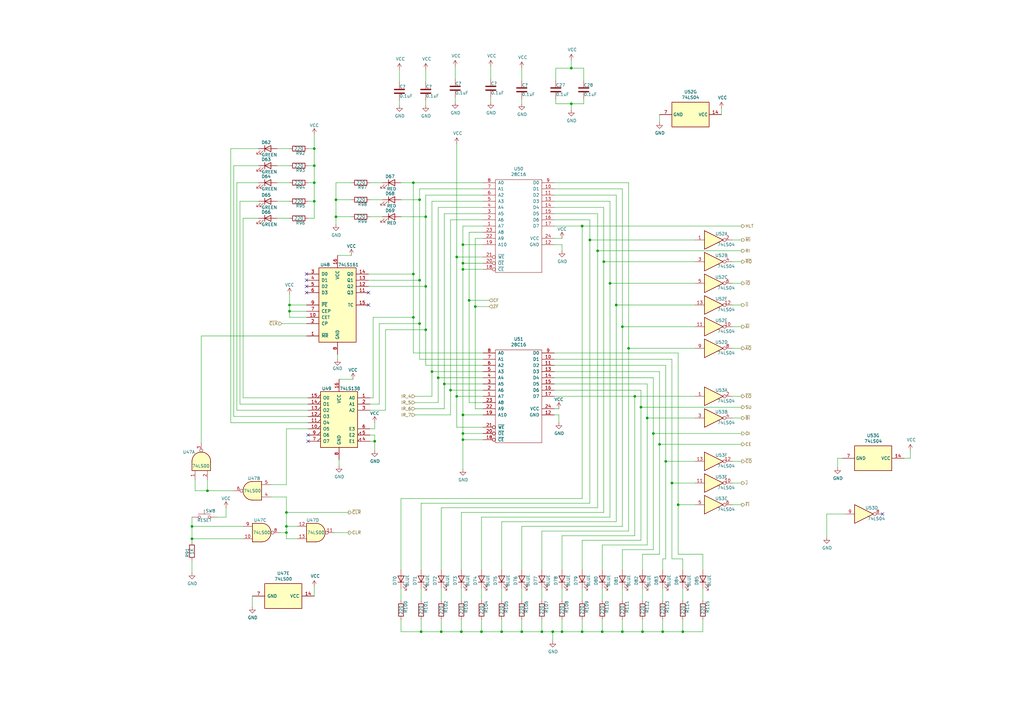
<source format=kicad_sch>
(kicad_sch (version 20230121) (generator eeschema)
  (paper "A3")
  (lib_symbols
    (symbol "74xx:74LS00" (pin_names (offset 1.016))
      (property "Reference" "U" (at 0 1.27 0))
      (property "Value" "74LS00" (at 0 -1.27 0))
      (symbol "74LS00_1_1"
        (pin input line (at -7.62 2.54 0) (length 3.81) (name "~") (number "1"))
        (pin input line (at -7.62 -2.54 0) (length 3.81) (name "~") (number "2"))
        (pin output inverted (at 7.62 0 180) (length 3.81) (name "~") (number "3"))
      )
      (symbol "74LS00_1_2"
        (pin input inverted (at -7.62 2.54 0) (length 4.318) (name "~") (number "1"))
        (pin input inverted (at -7.62 -2.54 0) (length 4.318) (name "~") (number "2"))
        (pin output line (at 7.62 0 180) (length 3.81) (name "~") (number "3"))
      )
      (symbol "74LS00_2_1"
        (pin input line (at -7.62 2.54 0) (length 3.81) (name "~") (number "4"))
        (pin input line (at -7.62 -2.54 0) (length 3.81) (name "~") (number "5"))
        (pin output inverted (at 7.62 0 180) (length 3.81) (name "~") (number "6"))
      )
      (symbol "74LS00_2_2"
        (pin input inverted (at -7.62 2.54 0) (length 4.318) (name "~") (number "4"))
        (pin input inverted (at -7.62 -2.54 0) (length 4.318) (name "~") (number "5"))
        (pin output line (at 7.62 0 180) (length 3.81) (name "~") (number "6"))
      )
      (symbol "74LS00_3_1"
        (pin input line (at -7.62 -2.54 0) (length 3.81) (name "~") (number "10"))
        (pin output inverted (at 7.62 0 180) (length 3.81) (name "~") (number "8"))
        (pin input line (at -7.62 2.54 0) (length 3.81) (name "~") (number "9"))
      )
      (symbol "74LS00_3_2"
        (pin input inverted (at -7.62 -2.54 0) (length 4.318) (name "~") (number "10"))
        (pin output line (at 7.62 0 180) (length 3.81) (name "~") (number "8"))
        (pin input inverted (at -7.62 2.54 0) (length 4.318) (name "~") (number "9"))
      )
      (symbol "74LS00_4_1"
        (pin output inverted (at 7.62 0 180) (length 3.81) (name "~") (number "11"))
        (pin input line (at -7.62 2.54 0) (length 3.81) (name "~") (number "12"))
        (pin input line (at -7.62 -2.54 0) (length 3.81) (name "~") (number "13"))
      )
      (symbol "74LS00_4_2"
        (pin output line (at 7.62 0 180) (length 3.81) (name "~") (number "11"))
        (pin input inverted (at -7.62 2.54 0) (length 4.318) (name "~") (number "12"))
        (pin input inverted (at -7.62 -2.54 0) (length 4.318) (name "~") (number "13"))
      )
      (symbol "74LS00_5_0"
        (pin power_in line (at 0 12.7 270) (length 5.08) (name "VCC") (number "14"))
        (pin power_in line (at 0 -12.7 90) (length 5.08) (name "GND") (number "7"))
      )
    )
    (symbol "74xx:74LS04"
      (property "Reference" "U" (at 0 1.27 0))
      (property "Value" "74LS04" (at 0 -1.27 0))
      (symbol "74LS04_1_0"
        (pin input line (at -7.62 0 0) (length 3.81) (name "~") (number "1"))
        (pin output inverted (at 7.62 0 180) (length 3.81) (name "~") (number "2"))
      )
      (symbol "74LS04_2_0"
        (pin input line (at -7.62 0 0) (length 3.81) (name "~") (number "3"))
        (pin output inverted (at 7.62 0 180) (length 3.81) (name "~") (number "4"))
      )
      (symbol "74LS04_3_0"
        (pin input line (at -7.62 0 0) (length 3.81) (name "~") (number "5"))
        (pin output inverted (at 7.62 0 180) (length 3.81) (name "~") (number "6"))
      )
      (symbol "74LS04_4_0"
        (pin output inverted (at 7.62 0 180) (length 3.81) (name "~") (number "8"))
        (pin input line (at -7.62 0 0) (length 3.81) (name "~") (number "9"))
      )
      (symbol "74LS04_5_0"
        (pin output inverted (at 7.62 0 180) (length 3.81) (name "~") (number "10"))
        (pin input line (at -7.62 0 0) (length 3.81) (name "~") (number "11"))
      )
      (symbol "74LS04_6_0"
        (pin output inverted (at 7.62 0 180) (length 3.81) (name "~") (number "12"))
        (pin input line (at -7.62 0 0) (length 3.81) (name "~") (number "13"))
      )
      (symbol "74LS04_7_0"
        (pin power_in line (at 0 12.7 270) (length 5.08) (name "VCC") (number "14"))
        (pin power_in line (at 0 -12.7 90) (length 5.08) (name "GND") (number "7"))
      )
    )
    (symbol "74xx:74LS138" (pin_names (offset 1.016))
      (property "Reference" "U" (at -7.62 11.43 0))
      (property "Value" "74LS138" (at -7.62 -13.97 0))
      (symbol "74LS138_1_0"
        (pin input line (at -12.7 7.62 0) (length 5.08) (name "A0") (number "1"))
        (pin output output_low (at 12.7 -5.08 180) (length 5.08) (name "O5") (number "10"))
        (pin output output_low (at 12.7 -2.54 180) (length 5.08) (name "O4") (number "11"))
        (pin output output_low (at 12.7 0 180) (length 5.08) (name "O3") (number "12"))
        (pin output output_low (at 12.7 2.54 180) (length 5.08) (name "O2") (number "13"))
        (pin output output_low (at 12.7 5.08 180) (length 5.08) (name "O1") (number "14"))
        (pin output output_low (at 12.7 7.62 180) (length 5.08) (name "O0") (number "15"))
        (pin power_in line (at 0 15.24 270) (length 5.08) (name "VCC") (number "16"))
        (pin input line (at -12.7 5.08 0) (length 5.08) (name "A1") (number "2"))
        (pin input line (at -12.7 2.54 0) (length 5.08) (name "A2") (number "3"))
        (pin input input_low (at -12.7 -10.16 0) (length 5.08) (name "E1") (number "4"))
        (pin input input_low (at -12.7 -7.62 0) (length 5.08) (name "E2") (number "5"))
        (pin input line (at -12.7 -5.08 0) (length 5.08) (name "E3") (number "6"))
        (pin output output_low (at 12.7 -10.16 180) (length 5.08) (name "O7") (number "7"))
        (pin power_in line (at 0 -17.78 90) (length 5.08) (name "GND") (number "8"))
        (pin output output_low (at 12.7 -7.62 180) (length 5.08) (name "O6") (number "9"))
      )
    )
    (symbol "74xx:74LS161" (pin_names (offset 1.016))
      (property "Reference" "U" (at -7.62 16.51 0))
      (property "Value" "74LS161" (at -7.62 -16.51 0))
      (symbol "74LS161_1_0"
        (pin input line (at -12.7 -12.7 0) (length 5.08) (name "~{MR}") (number "1"))
        (pin input line (at -12.7 -5.08 0) (length 5.08) (name "CET") (number "10"))
        (pin output line (at 12.7 5.08 180) (length 5.08) (name "Q3") (number "11"))
        (pin output line (at 12.7 7.62 180) (length 5.08) (name "Q2") (number "12"))
        (pin output line (at 12.7 10.16 180) (length 5.08) (name "Q1") (number "13"))
        (pin output line (at 12.7 12.7 180) (length 5.08) (name "Q0") (number "14"))
        (pin output line (at 12.7 0 180) (length 5.08) (name "TC") (number "15"))
        (pin power_in line (at 0 20.32 270) (length 5.08) (name "VCC") (number "16"))
        (pin input line (at -12.7 -7.62 0) (length 5.08) (name "CP") (number "2"))
        (pin input line (at -12.7 12.7 0) (length 5.08) (name "D0") (number "3"))
        (pin input line (at -12.7 10.16 0) (length 5.08) (name "D1") (number "4"))
        (pin input line (at -12.7 7.62 0) (length 5.08) (name "D2") (number "5"))
        (pin input line (at -12.7 5.08 0) (length 5.08) (name "D3") (number "6"))
        (pin input line (at -12.7 -2.54 0) (length 5.08) (name "CEP") (number "7"))
        (pin power_in line (at 0 -20.32 90) (length 5.08) (name "GND") (number "8"))
        (pin input line (at -12.7 0 0) (length 5.08) (name "~{PE}") (number "9"))
      )
    )
    (symbol "8 Bit Computer-rescue:28C16-28c16" (pin_names (offset 1.016))
      (property "Reference" "U" (at 1.27 16.51 0))
      (property "Value" "28c16_28C16" (at 3.81 -24.13 0))
      (symbol "28C16-28c16_1_1"
        (pin output line (at -15.24 -3.81 0) (length 5.08) (name "A7") (number "1"))
        (pin output line (at 13.97 11.43 180) (length 5.08) (name "D1") (number "10"))
        (pin output line (at 13.97 8.89 180) (length 5.08) (name "D2") (number "11"))
        (pin output line (at 13.97 -11.43 180) (length 5.08) (name "GND") (number "12"))
        (pin output line (at 13.97 6.35 180) (length 5.08) (name "D3") (number "13"))
        (pin output line (at 13.97 3.81 180) (length 5.08) (name "D4") (number "14"))
        (pin output line (at 13.97 1.27 180) (length 5.08) (name "D5") (number "15"))
        (pin output line (at 13.97 -1.27 180) (length 5.08) (name "D6") (number "16"))
        (pin output line (at 13.97 -3.81 180) (length 5.08) (name "D7") (number "17"))
        (pin output inverted (at -15.24 -21.59 0) (length 5.08) (name "~{CE}") (number "18"))
        (pin output line (at -15.24 -11.43 0) (length 5.08) (name "A10") (number "19"))
        (pin output line (at -15.24 -1.27 0) (length 5.08) (name "A6") (number "2"))
        (pin output inverted (at -15.24 -19.05 0) (length 5.08) (name "~{OE}") (number "20"))
        (pin output inverted (at -15.24 -16.51 0) (length 5.08) (name "~{WE}") (number "21"))
        (pin output line (at -15.24 -8.89 0) (length 5.08) (name "A9") (number "22"))
        (pin output line (at -15.24 -6.35 0) (length 5.08) (name "A8") (number "23"))
        (pin output line (at 13.97 -8.89 180) (length 5.08) (name "VCC") (number "24"))
        (pin output line (at -15.24 1.27 0) (length 5.08) (name "A5") (number "3"))
        (pin output line (at -15.24 3.81 0) (length 5.08) (name "A4") (number "4"))
        (pin output line (at -15.24 6.35 0) (length 5.08) (name "A3") (number "5"))
        (pin output line (at -15.24 8.89 0) (length 5.08) (name "A2") (number "6"))
        (pin output line (at -15.24 11.43 0) (length 5.08) (name "A1") (number "7"))
        (pin output line (at -15.24 13.97 0) (length 5.08) (name "A0") (number "8"))
        (pin output line (at 13.97 13.97 180) (length 5.08) (name "D0") (number "9"))
      )
    )
    (symbol "Device:C" (pin_numbers hide) (pin_names (offset 0.254))
      (property "Reference" "C" (at 0.635 2.54 0))
      (property "Value" "C" (at 0.635 -2.54 0))
      (symbol "C_1_1"
        (pin passive line (at 0 3.81 270) (length 2.794) (name "~") (number "1"))
        (pin passive line (at 0 -3.81 90) (length 2.794) (name "~") (number "2"))
      )
    )
    (symbol "Device:LED" (pin_numbers hide) (pin_names (offset 1.016) hide)
      (property "Reference" "D" (at 0 2.54 0))
      (property "Value" "LED" (at 0 -2.54 0))
      (symbol "LED_1_1"
        (pin passive line (at -3.81 0 0) (length 2.54) (name "K") (number "1"))
        (pin passive line (at 3.81 0 180) (length 2.54) (name "A") (number "2"))
      )
    )
    (symbol "Device:R" (pin_numbers hide) (pin_names (offset 0))
      (property "Reference" "R" (at 2.032 0 90))
      (property "Value" "R" (at 0 0 90))
      (symbol "R_1_1"
        (pin passive line (at 0 3.81 270) (length 1.27) (name "~") (number "1"))
        (pin passive line (at 0 -3.81 90) (length 1.27) (name "~") (number "2"))
      )
    )
    (symbol "Switch:SW_Push" (pin_numbers hide) (pin_names (offset 1.016) hide)
      (property "Reference" "SW" (at 1.27 2.54 0))
      (property "Value" "SW_Push" (at 0 -1.524 0))
      (symbol "SW_Push_0_1"
        (pin passive line (at -5.08 0 0) (length 2.54) (name "1") (number "1"))
        (pin passive line (at 5.08 0 180) (length 2.54) (name "2") (number "2"))
      )
    )
    (symbol "power:GND" (power) (pin_names (offset 0))
      (property "Value" "GND" (at 0 -3.81 0))
      (symbol "GND_1_1"
        (pin power_in line (at 0 0 270) (length 0) hide (name "GND") (number "1"))
      )
    )
    (symbol "power:VCC" (power) (pin_names (offset 0))
      (property "Value" "VCC" (at 0 3.81 0))
      (symbol "VCC_1_1"
        (pin power_in line (at 0 0 90) (length 0) hide (name "VCC") (number "1"))
      )
    )
  )
  (junction (at 172.085 81.915))
  (junction (at 189.865 170.18))
  (junction (at 153.67 180.975))
  (junction (at 247.015 259.08))
  (junction (at 197.485 259.08))
  (junction (at 189.865 180.34))
  (junction (at 280.035 259.08))
  (junction (at 187.325 162.56))
  (junction (at 194.945 125.73))
  (junction (at 85.09 201.295))
  (junction (at 179.705 154.94))
  (junction (at 180.975 259.08))
  (junction (at 172.085 132.715))
  (junction (at 263.525 259.08))
  (junction (at 172.72 259.08))
  (junction (at 117.475 215.9))
  (junction (at 270.51 182.245))
  (junction (at 252.73 125.095))
  (junction (at 257.81 142.875))
  (junction (at 222.25 259.08))
  (junction (at 137.795 81.915))
  (junction (at 238.76 92.71))
  (junction (at 128.905 82.55))
  (junction (at 226.695 259.08))
  (junction (at 189.865 100.33))
  (junction (at 78.74 215.9))
  (junction (at 187.325 105.41))
  (junction (at 78.74 220.98))
  (junction (at 205.74 259.08))
  (junction (at 275.59 198.12))
  (junction (at 128.905 74.93))
  (junction (at 241.935 98.425))
  (junction (at 169.545 112.395))
  (junction (at 169.545 74.93))
  (junction (at 118.745 127.635))
  (junction (at 174.625 135.255))
  (junction (at 184.785 160.02))
  (junction (at 169.545 130.175))
  (junction (at 189.865 110.49))
  (junction (at 273.05 189.23))
  (junction (at 265.43 171.45))
  (junction (at 271.78 259.08))
  (junction (at 213.995 259.08))
  (junction (at 189.23 259.08))
  (junction (at 262.89 167.005))
  (junction (at 189.865 177.8))
  (junction (at 118.745 125.095))
  (junction (at 245.11 102.87))
  (junction (at 189.865 107.95))
  (junction (at 234.315 42.545))
  (junction (at 234.315 27.94))
  (junction (at 137.795 88.9))
  (junction (at 247.65 107.315))
  (junction (at 192.405 123.19))
  (junction (at 278.13 207.01))
  (junction (at 128.905 60.96))
  (junction (at 182.245 157.48))
  (junction (at 260.35 162.56))
  (junction (at 128.905 67.945))
  (junction (at 267.97 177.8))
  (junction (at 174.625 88.9))
  (junction (at 255.27 259.08))
  (junction (at 174.625 117.475))
  (junction (at 172.085 114.935))
  (junction (at 177.165 152.4))
  (junction (at 250.19 116.205))
  (junction (at 238.76 259.08))
  (junction (at 117.475 218.44))
  (junction (at 255.27 133.985))
  (junction (at 117.475 210.185))
  (junction (at 230.505 259.08))
  (no_connect (at 125.73 114.935))
  (no_connect (at 125.73 112.395))
  (no_connect (at 126.365 180.975))
  (no_connect (at 151.13 125.095))
  (no_connect (at 125.73 120.015))
  (no_connect (at 151.13 120.015))
  (no_connect (at 126.365 178.435))
  (no_connect (at 125.73 117.475))
  (no_connect (at 361.95 210.82))
  (wire (pts (xy 78.74 220.98) (xy 78.74 222.25)))
  (wire (pts (xy 180.975 254) (xy 180.975 259.08)))
  (wire (pts (xy 138.43 145.415) (xy 138.43 147.32)))
  (wire (pts (xy 260.35 162.56) (xy 227.33 162.56)))
  (wire (pts (xy 125.73 125.095) (xy 118.745 125.095)))
  (wire (pts (xy 184.785 160.02) (xy 184.785 90.17)))
  (wire (pts (xy 187.325 175.26) (xy 198.12 175.26)))
  (wire (pts (xy 106.045 74.93) (xy 97.155 74.93)))
  (wire (pts (xy 169.545 112.395) (xy 169.545 130.175)))
  (wire (pts (xy 300.355 142.875) (xy 304.165 142.875)))
  (wire (pts (xy 373.38 184.785) (xy 373.38 187.96)))
  (wire (pts (xy 213.995 215.9) (xy 255.27 215.9)))
  (wire (pts (xy 239.395 42.545) (xy 239.395 40.64)))
  (wire (pts (xy 126.365 74.93) (xy 128.905 74.93)))
  (wire (pts (xy 267.97 177.8) (xy 267.97 225.425)))
  (wire (pts (xy 271.78 254) (xy 271.78 259.08)))
  (wire (pts (xy 205.74 241.3) (xy 205.74 246.38)))
  (wire (pts (xy 247.65 210.185) (xy 189.23 210.185)))
  (wire (pts (xy 197.485 259.08) (xy 205.74 259.08)))
  (wire (pts (xy 300.355 107.315) (xy 304.165 107.315)))
  (wire (pts (xy 177.165 162.56) (xy 170.18 162.56)))
  (wire (pts (xy 280.035 259.08) (xy 288.29 259.08)))
  (wire (pts (xy 227.965 40.64) (xy 227.965 42.545)))
  (wire (pts (xy 78.74 212.09) (xy 78.74 215.9)))
  (wire (pts (xy 230.505 233.68) (xy 230.505 219.71)))
  (wire (pts (xy 285.115 207.01) (xy 278.13 207.01)))
  (wire (pts (xy 126.365 89.535) (xy 128.905 89.535)))
  (wire (pts (xy 172.085 77.47) (xy 172.085 81.915)))
  (wire (pts (xy 118.745 82.55) (xy 113.665 82.55)))
  (wire (pts (xy 198.12 77.47) (xy 172.085 77.47)))
  (wire (pts (xy 156.845 81.915) (xy 151.765 81.915)))
  (wire (pts (xy 250.19 82.55) (xy 250.19 116.205)))
  (wire (pts (xy 271.78 233.68) (xy 271.78 229.235)))
  (wire (pts (xy 151.765 165.735) (xy 155.575 165.735)))
  (wire (pts (xy 99.695 163.195) (xy 126.365 163.195)))
  (wire (pts (xy 172.085 114.935) (xy 172.085 132.715)))
  (wire (pts (xy 270.51 46.99) (xy 270.51 50.165)))
  (wire (pts (xy 201.295 32.385) (xy 201.295 27.305)))
  (wire (pts (xy 186.69 32.385) (xy 186.69 27.305)))
  (wire (pts (xy 180.975 241.3) (xy 180.975 246.38)))
  (wire (pts (xy 198.12 82.55) (xy 177.165 82.55)))
  (wire (pts (xy 238.76 92.71) (xy 238.76 204.47)))
  (wire (pts (xy 117.475 210.185) (xy 117.475 203.835)))
  (wire (pts (xy 265.43 171.45) (xy 265.43 157.48)))
  (wire (pts (xy 278.13 227.33) (xy 288.29 227.33)))
  (wire (pts (xy 230.505 254) (xy 230.505 259.08)))
  (wire (pts (xy 117.475 210.185) (xy 142.875 210.185)))
  (wire (pts (xy 257.81 74.93) (xy 257.81 142.875)))
  (wire (pts (xy 114.935 218.44) (xy 117.475 218.44)))
  (wire (pts (xy 198.12 160.02) (xy 184.785 160.02)))
  (wire (pts (xy 250.19 116.205) (xy 250.19 212.09)))
  (wire (pts (xy 234.315 24.765) (xy 234.315 27.94)))
  (wire (pts (xy 194.945 97.79) (xy 198.12 97.79)))
  (wire (pts (xy 194.945 167.64) (xy 194.945 125.73)))
  (wire (pts (xy 247.65 107.315) (xy 247.65 210.185)))
  (wire (pts (xy 285.115 116.205) (xy 250.19 116.205)))
  (wire (pts (xy 118.745 67.945) (xy 113.665 67.945)))
  (wire (pts (xy 153.67 173.355) (xy 153.67 175.895)))
  (wire (pts (xy 227.33 90.17) (xy 241.935 90.17)))
  (wire (pts (xy 226.695 259.08) (xy 226.695 262.89)))
  (wire (pts (xy 97.155 168.275) (xy 126.365 168.275)))
  (wire (pts (xy 300.355 198.12) (xy 304.165 198.12)))
  (wire (pts (xy 128.905 60.96) (xy 126.365 60.96)))
  (wire (pts (xy 260.35 219.71) (xy 260.35 162.56)))
  (wire (pts (xy 153.67 180.975) (xy 151.765 180.975)))
  (wire (pts (xy 187.325 105.41) (xy 187.325 59.055)))
  (wire (pts (xy 192.405 123.19) (xy 192.405 165.1)))
  (wire (pts (xy 126.365 170.815) (xy 95.885 170.815)))
  (wire (pts (xy 230.505 241.3) (xy 230.505 246.38)))
  (wire (pts (xy 78.74 229.87) (xy 78.74 234.95)))
  (wire (pts (xy 182.245 157.48) (xy 182.245 167.64)))
  (wire (pts (xy 95.885 67.945) (xy 106.045 67.945)))
  (wire (pts (xy 245.11 87.63) (xy 245.11 102.87)))
  (wire (pts (xy 238.76 92.71) (xy 304.165 92.71)))
  (wire (pts (xy 174.625 80.01) (xy 198.12 80.01)))
  (wire (pts (xy 164.465 259.08) (xy 172.72 259.08)))
  (wire (pts (xy 118.745 60.96) (xy 113.665 60.96)))
  (wire (pts (xy 230.505 259.08) (xy 238.76 259.08)))
  (wire (pts (xy 164.465 81.915) (xy 172.085 81.915)))
  (wire (pts (xy 156.845 74.93) (xy 151.765 74.93)))
  (wire (pts (xy 95.885 170.815) (xy 95.885 67.945)))
  (wire (pts (xy 227.33 100.33) (xy 230.505 100.33)))
  (wire (pts (xy 174.625 135.255) (xy 174.625 117.475)))
  (wire (pts (xy 271.78 229.235) (xy 273.05 229.235)))
  (wire (pts (xy 304.165 102.87) (xy 245.11 102.87)))
  (wire (pts (xy 128.905 60.96) (xy 128.905 55.245)))
  (wire (pts (xy 117.475 198.755) (xy 111.125 198.755)))
  (wire (pts (xy 177.165 82.55) (xy 177.165 152.4)))
  (wire (pts (xy 182.245 87.63) (xy 182.245 157.48)))
  (wire (pts (xy 189.23 210.185) (xy 189.23 233.68)))
  (wire (pts (xy 245.11 102.87) (xy 245.11 208.28)))
  (wire (pts (xy 117.475 215.9) (xy 117.475 210.185)))
  (wire (pts (xy 153.67 175.895) (xy 151.765 175.895)))
  (wire (pts (xy 189.865 180.34) (xy 189.865 192.405)))
  (wire (pts (xy 227.965 33.02) (xy 227.965 27.94)))
  (wire (pts (xy 257.81 142.875) (xy 257.81 217.805)))
  (wire (pts (xy 230.505 100.33) (xy 230.505 102.87)))
  (wire (pts (xy 117.475 175.895) (xy 117.475 198.755)))
  (wire (pts (xy 230.505 219.71) (xy 260.35 219.71)))
  (wire (pts (xy 198.12 95.25) (xy 192.405 95.25)))
  (wire (pts (xy 255.27 225.425) (xy 255.27 233.68)))
  (wire (pts (xy 198.12 92.71) (xy 189.865 92.71)))
  (wire (pts (xy 273.05 149.86) (xy 227.33 149.86)))
  (wire (pts (xy 280.035 233.68) (xy 280.035 229.235)))
  (wire (pts (xy 343.535 187.96) (xy 343.535 191.77)))
  (wire (pts (xy 85.09 201.295) (xy 85.09 196.85)))
  (wire (pts (xy 187.325 105.41) (xy 187.325 162.56)))
  (wire (pts (xy 304.165 167.005) (xy 262.89 167.005)))
  (wire (pts (xy 300.355 125.095) (xy 304.165 125.095)))
  (wire (pts (xy 192.405 123.19) (xy 200.66 123.19)))
  (wire (pts (xy 194.945 125.73) (xy 194.945 97.79)))
  (wire (pts (xy 126.365 175.895) (xy 117.475 175.895)))
  (wire (pts (xy 198.12 87.63) (xy 182.245 87.63)))
  (wire (pts (xy 174.625 88.9) (xy 174.625 80.01)))
  (wire (pts (xy 106.045 89.535) (xy 99.695 89.535)))
  (wire (pts (xy 118.745 125.095) (xy 118.745 127.635)))
  (wire (pts (xy 241.935 90.17) (xy 241.935 98.425)))
  (wire (pts (xy 198.12 154.94) (xy 179.705 154.94)))
  (wire (pts (xy 271.78 259.08) (xy 280.035 259.08)))
  (wire (pts (xy 117.475 215.9) (xy 121.92 215.9)))
  (wire (pts (xy 226.695 259.08) (xy 222.25 259.08)))
  (wire (pts (xy 205.74 259.08) (xy 213.995 259.08)))
  (wire (pts (xy 163.83 33.655) (xy 163.83 28.575)))
  (wire (pts (xy 151.13 114.935) (xy 172.085 114.935)))
  (wire (pts (xy 201.295 40.005) (xy 201.295 41.91)))
  (wire (pts (xy 275.59 229.235) (xy 275.59 198.12)))
  (wire (pts (xy 80.01 196.85) (xy 80.01 201.295)))
  (wire (pts (xy 238.76 241.3) (xy 238.76 246.38)))
  (wire (pts (xy 288.29 241.3) (xy 288.29 246.38)))
  (wire (pts (xy 117.475 203.835) (xy 111.125 203.835)))
  (wire (pts (xy 172.72 206.375) (xy 172.72 233.68)))
  (wire (pts (xy 78.74 215.9) (xy 78.74 220.98)))
  (wire (pts (xy 137.795 88.9) (xy 137.795 92.075)))
  (wire (pts (xy 164.465 88.9) (xy 174.625 88.9)))
  (wire (pts (xy 273.05 229.235) (xy 273.05 189.23)))
  (wire (pts (xy 155.575 165.735) (xy 155.575 132.715)))
  (wire (pts (xy 189.865 177.8) (xy 189.865 180.34)))
  (wire (pts (xy 285.115 133.985) (xy 255.27 133.985)))
  (wire (pts (xy 227.33 80.01) (xy 252.73 80.01)))
  (wire (pts (xy 192.405 95.25) (xy 192.405 123.19)))
  (wire (pts (xy 247.015 233.68) (xy 247.015 223.52)))
  (wire (pts (xy 182.245 167.64) (xy 170.18 167.64)))
  (wire (pts (xy 198.12 74.93) (xy 169.545 74.93)))
  (wire (pts (xy 247.65 85.09) (xy 247.65 107.315)))
  (wire (pts (xy 137.795 81.915) (xy 137.795 74.93)))
  (wire (pts (xy 263.525 233.68) (xy 263.525 227.33)))
  (wire (pts (xy 239.395 33.02) (xy 239.395 27.94)))
  (wire (pts (xy 174.625 41.275) (xy 174.625 43.18)))
  (wire (pts (xy 169.545 74.93) (xy 169.545 112.395)))
  (wire (pts (xy 118.745 89.535) (xy 113.665 89.535)))
  (wire (pts (xy 288.29 227.33) (xy 288.29 233.68)))
  (wire (pts (xy 229.235 170.18) (xy 229.235 173.355)))
  (wire (pts (xy 172.085 147.32) (xy 198.12 147.32)))
  (wire (pts (xy 158.115 135.255) (xy 174.625 135.255)))
  (wire (pts (xy 80.01 201.295) (xy 85.09 201.295)))
  (wire (pts (xy 247.015 254) (xy 247.015 259.08)))
  (wire (pts (xy 138.43 104.775) (xy 144.145 104.775)))
  (wire (pts (xy 241.935 98.425) (xy 285.115 98.425)))
  (wire (pts (xy 198.12 167.64) (xy 194.945 167.64)))
  (wire (pts (xy 230.505 97.79) (xy 227.33 97.79)))
  (wire (pts (xy 267.97 154.94) (xy 267.97 177.8)))
  (wire (pts (xy 280.035 229.235) (xy 275.59 229.235)))
  (wire (pts (xy 213.995 40.64) (xy 213.995 42.545)))
  (wire (pts (xy 227.33 170.18) (xy 229.235 170.18)))
  (wire (pts (xy 197.485 233.68) (xy 197.485 212.09)))
  (wire (pts (xy 151.13 117.475) (xy 174.625 117.475)))
  (wire (pts (xy 126.365 67.945) (xy 128.905 67.945)))
  (wire (pts (xy 121.92 220.98) (xy 117.475 220.98)))
  (wire (pts (xy 151.765 163.195) (xy 153.035 163.195)))
  (wire (pts (xy 247.015 223.52) (xy 265.43 223.52)))
  (wire (pts (xy 227.965 42.545) (xy 234.315 42.545)))
  (wire (pts (xy 180.975 233.68) (xy 180.975 208.28)))
  (wire (pts (xy 280.035 241.3) (xy 280.035 246.38)))
  (wire (pts (xy 271.78 241.3) (xy 271.78 246.38)))
  (wire (pts (xy 179.705 154.94) (xy 179.705 85.09)))
  (wire (pts (xy 169.545 130.175) (xy 169.545 144.78)))
  (wire (pts (xy 260.35 162.56) (xy 285.115 162.56)))
  (wire (pts (xy 85.09 201.295) (xy 95.885 201.295)))
  (wire (pts (xy 118.745 130.175) (xy 125.73 130.175)))
  (wire (pts (xy 92.71 212.09) (xy 92.71 208.28)))
  (wire (pts (xy 300.355 207.01) (xy 304.165 207.01)))
  (wire (pts (xy 278.13 144.78) (xy 278.13 207.01)))
  (wire (pts (xy 125.73 132.715) (xy 115.57 132.715)))
  (wire (pts (xy 198.12 170.18) (xy 189.865 170.18)))
  (wire (pts (xy 172.72 254) (xy 172.72 259.08)))
  (wire (pts (xy 285.115 125.095) (xy 252.73 125.095)))
  (wire (pts (xy 94.615 60.96) (xy 94.615 173.355)))
  (wire (pts (xy 198.12 177.8) (xy 189.865 177.8)))
  (wire (pts (xy 128.905 240.665) (xy 128.905 244.475)))
  (wire (pts (xy 255.27 254) (xy 255.27 259.08)))
  (wire (pts (xy 205.74 213.995) (xy 205.74 233.68)))
  (wire (pts (xy 198.12 107.95) (xy 189.865 107.95)))
  (wire (pts (xy 172.085 81.915) (xy 172.085 114.935)))
  (wire (pts (xy 213.995 33.02) (xy 213.995 27.94)))
  (wire (pts (xy 198.12 100.33) (xy 189.865 100.33)))
  (wire (pts (xy 139.065 155.575) (xy 144.78 155.575)))
  (wire (pts (xy 144.145 88.9) (xy 137.795 88.9)))
  (wire (pts (xy 125.73 127.635) (xy 118.745 127.635)))
  (wire (pts (xy 179.705 165.1) (xy 170.18 165.1)))
  (wire (pts (xy 222.25 217.805) (xy 222.25 233.68)))
  (wire (pts (xy 227.965 27.94) (xy 234.315 27.94)))
  (wire (pts (xy 177.165 152.4) (xy 198.12 152.4)))
  (wire (pts (xy 285.115 142.875) (xy 257.81 142.875)))
  (wire (pts (xy 184.785 170.18) (xy 170.18 170.18)))
  (wire (pts (xy 252.73 213.995) (xy 205.74 213.995)))
  (wire (pts (xy 238.76 259.08) (xy 247.015 259.08)))
  (wire (pts (xy 285.115 189.23) (xy 273.05 189.23)))
  (wire (pts (xy 238.76 221.615) (xy 262.89 221.615)))
  (wire (pts (xy 197.485 241.3) (xy 197.485 246.38)))
  (wire (pts (xy 252.73 125.095) (xy 252.73 213.995)))
  (wire (pts (xy 98.425 82.55) (xy 106.045 82.55)))
  (wire (pts (xy 164.465 233.68) (xy 164.465 204.47)))
  (wire (pts (xy 78.74 220.98) (xy 99.695 220.98)))
  (wire (pts (xy 156.845 88.9) (xy 151.765 88.9)))
  (wire (pts (xy 137.795 88.9) (xy 137.795 81.915)))
  (wire (pts (xy 227.33 154.94) (xy 267.97 154.94)))
  (wire (pts (xy 285.115 198.12) (xy 275.59 198.12)))
  (wire (pts (xy 153.035 163.195) (xy 153.035 130.175)))
  (wire (pts (xy 205.74 254) (xy 205.74 259.08)))
  (wire (pts (xy 270.51 182.245) (xy 304.165 182.245)))
  (wire (pts (xy 255.27 77.47) (xy 255.27 133.985)))
  (wire (pts (xy 164.465 241.3) (xy 164.465 246.38)))
  (wire (pts (xy 373.38 187.96) (xy 370.84 187.96)))
  (wire (pts (xy 189.865 107.95) (xy 189.865 110.49)))
  (wire (pts (xy 139.065 188.595) (xy 139.065 191.135)))
  (wire (pts (xy 267.97 225.425) (xy 255.27 225.425)))
  (wire (pts (xy 189.865 170.18) (xy 189.865 177.8)))
  (wire (pts (xy 239.395 27.94) (xy 234.315 27.94)))
  (wire (pts (xy 184.785 160.02) (xy 184.785 170.18)))
  (wire (pts (xy 118.745 125.095) (xy 118.745 120.65)))
  (wire (pts (xy 126.365 82.55) (xy 128.905 82.55)))
  (wire (pts (xy 345.44 187.96) (xy 343.535 187.96)))
  (wire (pts (xy 300.355 116.205) (xy 304.165 116.205)))
  (wire (pts (xy 192.405 165.1) (xy 198.12 165.1)))
  (wire (pts (xy 227.33 85.09) (xy 247.65 85.09)))
  (wire (pts (xy 106.045 60.96) (xy 94.615 60.96)))
  (wire (pts (xy 197.485 212.09) (xy 250.19 212.09)))
  (wire (pts (xy 255.27 77.47) (xy 227.33 77.47)))
  (wire (pts (xy 174.625 117.475) (xy 174.625 88.9)))
  (wire (pts (xy 118.745 127.635) (xy 118.745 130.175)))
  (wire (pts (xy 128.905 89.535) (xy 128.905 82.55)))
  (wire (pts (xy 78.74 215.9) (xy 99.695 215.9)))
  (wire (pts (xy 288.29 259.08) (xy 288.29 254)))
  (wire (pts (xy 189.23 241.3) (xy 189.23 246.38)))
  (wire (pts (xy 263.525 259.08) (xy 271.78 259.08)))
  (wire (pts (xy 285.115 107.315) (xy 247.65 107.315)))
  (wire (pts (xy 263.525 227.33) (xy 270.51 227.33)))
  (wire (pts (xy 151.765 178.435) (xy 153.67 178.435)))
  (wire (pts (xy 172.085 132.715) (xy 172.085 147.32)))
  (wire (pts (xy 179.705 85.09) (xy 198.12 85.09)))
  (wire (pts (xy 151.13 112.395) (xy 169.545 112.395)))
  (wire (pts (xy 198.12 162.56) (xy 187.325 162.56)))
  (wire (pts (xy 295.91 44.45) (xy 295.91 46.99)))
  (wire (pts (xy 164.465 204.47) (xy 238.76 204.47)))
  (wire (pts (xy 222.25 259.08) (xy 222.25 254)))
  (wire (pts (xy 270.51 182.245) (xy 270.51 152.4)))
  (wire (pts (xy 238.76 92.71) (xy 227.33 92.71)))
  (wire (pts (xy 234.315 45.085) (xy 234.315 42.545)))
  (wire (pts (xy 280.035 254) (xy 280.035 259.08)))
  (wire (pts (xy 255.27 133.985) (xy 255.27 215.9)))
  (wire (pts (xy 241.935 98.425) (xy 241.935 206.375)))
  (wire (pts (xy 247.015 259.08) (xy 255.27 259.08)))
  (wire (pts (xy 275.59 198.12) (xy 275.59 147.32)))
  (wire (pts (xy 245.11 87.63) (xy 227.33 87.63)))
  (wire (pts (xy 213.995 254) (xy 213.995 259.08)))
  (wire (pts (xy 182.245 157.48) (xy 198.12 157.48)))
  (wire (pts (xy 197.485 254) (xy 197.485 259.08)))
  (wire (pts (xy 198.12 180.34) (xy 189.865 180.34)))
  (wire (pts (xy 180.975 208.28) (xy 245.11 208.28)))
  (wire (pts (xy 265.43 157.48) (xy 227.33 157.48)))
  (wire (pts (xy 97.155 74.93) (xy 97.155 168.275)))
  (wire (pts (xy 339.09 210.82) (xy 339.09 220.345)))
  (wire (pts (xy 198.12 149.86) (xy 174.625 149.86)))
  (wire (pts (xy 275.59 147.32) (xy 227.33 147.32)))
  (wire (pts (xy 241.935 206.375) (xy 172.72 206.375)))
  (wire (pts (xy 252.73 80.01) (xy 252.73 125.095)))
  (wire (pts (xy 257.81 217.805) (xy 222.25 217.805)))
  (wire (pts (xy 270.51 227.33) (xy 270.51 182.245)))
  (wire (pts (xy 128.905 82.55) (xy 128.905 74.93)))
  (wire (pts (xy 174.625 149.86) (xy 174.625 135.255)))
  (wire (pts (xy 128.905 67.945) (xy 128.905 60.96)))
  (wire (pts (xy 163.83 41.275) (xy 163.83 43.18)))
  (wire (pts (xy 222.25 241.3) (xy 222.25 246.38)))
  (wire (pts (xy 255.27 241.3) (xy 255.27 246.38)))
  (wire (pts (xy 184.785 90.17) (xy 198.12 90.17)))
  (wire (pts (xy 180.975 259.08) (xy 189.23 259.08)))
  (wire (pts (xy 250.19 82.55) (xy 227.33 82.55)))
  (wire (pts (xy 137.795 74.93) (xy 144.145 74.93)))
  (wire (pts (xy 94.615 173.355) (xy 126.365 173.355)))
  (wire (pts (xy 238.76 254) (xy 238.76 259.08)))
  (wire (pts (xy 278.13 207.01) (xy 278.13 227.33)))
  (wire (pts (xy 144.145 81.915) (xy 137.795 81.915)))
  (wire (pts (xy 189.865 92.71) (xy 189.865 100.33)))
  (wire (pts (xy 238.76 233.68) (xy 238.76 221.615)))
  (wire (pts (xy 300.355 162.56) (xy 304.165 162.56)))
  (wire (pts (xy 194.945 125.73) (xy 200.66 125.73)))
  (wire (pts (xy 177.165 152.4) (xy 177.165 162.56)))
  (wire (pts (xy 126.365 165.735) (xy 98.425 165.735)))
  (wire (pts (xy 153.67 180.975) (xy 153.67 184.785)))
  (wire (pts (xy 158.115 168.275) (xy 158.115 135.255)))
  (wire (pts (xy 300.355 98.425) (xy 304.165 98.425)))
  (wire (pts (xy 262.89 160.02) (xy 262.89 167.005)))
  (wire (pts (xy 187.325 162.56) (xy 187.325 175.26)))
  (wire (pts (xy 82.55 181.61) (xy 82.55 137.795)))
  (wire (pts (xy 151.765 168.275) (xy 158.115 168.275)))
  (wire (pts (xy 255.27 259.08) (xy 263.525 259.08)))
  (wire (pts (xy 189.865 100.33) (xy 189.865 107.95)))
  (wire (pts (xy 263.525 241.3) (xy 263.525 246.38)))
  (wire (pts (xy 263.525 254) (xy 263.525 259.08)))
  (wire (pts (xy 137.16 218.44) (xy 142.875 218.44)))
  (wire (pts (xy 227.33 74.93) (xy 257.81 74.93)))
  (wire (pts (xy 267.97 177.8) (xy 304.165 177.8)))
  (wire (pts (xy 82.55 137.795) (xy 125.73 137.795)))
  (wire (pts (xy 118.745 74.93) (xy 113.665 74.93)))
  (wire (pts (xy 198.12 105.41) (xy 187.325 105.41)))
  (wire (pts (xy 174.625 33.655) (xy 174.625 28.575)))
  (wire (pts (xy 270.51 152.4) (xy 227.33 152.4)))
  (wire (pts (xy 213.995 259.08) (xy 222.25 259.08)))
  (wire (pts (xy 262.89 160.02) (xy 227.33 160.02)))
  (wire (pts (xy 247.015 241.3) (xy 247.015 246.38)))
  (wire (pts (xy 186.69 40.005) (xy 186.69 41.91)))
  (wire (pts (xy 300.355 189.23) (xy 304.165 189.23)))
  (wire (pts (xy 117.475 220.98) (xy 117.475 218.44)))
  (wire (pts (xy 164.465 254) (xy 164.465 259.08)))
  (wire (pts (xy 169.545 74.93) (xy 164.465 74.93)))
  (wire (pts (xy 300.355 133.985) (xy 304.165 133.985)))
  (wire (pts (xy 227.33 144.78) (xy 278.13 144.78)))
  (wire (pts (xy 153.67 178.435) (xy 153.67 180.975)))
  (wire (pts (xy 285.115 171.45) (xy 265.43 171.45)))
  (wire (pts (xy 229.235 167.64) (xy 227.33 167.64)))
  (wire (pts (xy 169.545 144.78) (xy 198.12 144.78)))
  (wire (pts (xy 99.695 89.535) (xy 99.695 163.195)))
  (wire (pts (xy 88.9 212.09) (xy 92.71 212.09)))
  (wire (pts (xy 198.12 110.49) (xy 189.865 110.49)))
  (wire (pts (xy 262.89 167.005) (xy 262.89 221.615)))
  (wire (pts (xy 213.995 241.3) (xy 213.995 246.38)))
  (wire (pts (xy 300.355 171.45) (xy 304.165 171.45)))
  (wire (pts (xy 213.995 233.68) (xy 213.995 215.9)))
  (wire (pts (xy 155.575 132.715) (xy 172.085 132.715)))
  (wire (pts (xy 172.72 241.3) (xy 172.72 246.38)))
  (wire (pts (xy 103.505 244.475) (xy 103.505 248.92)))
  (wire (pts (xy 98.425 165.735) (xy 98.425 82.55)))
  (wire (pts (xy 265.43 223.52) (xy 265.43 171.45)))
  (wire (pts (xy 234.315 42.545) (xy 239.395 42.545)))
  (wire (pts (xy 230.505 259.08) (xy 226.695 259.08)))
  (wire (pts (xy 189.23 254) (xy 189.23 259.08)))
  (wire (pts (xy 273.05 189.23) (xy 273.05 149.86)))
  (wire (pts (xy 179.705 154.94) (xy 179.705 165.1)))
  (wire (pts (xy 117.475 218.44) (xy 117.475 215.9)))
  (wire (pts (xy 189.23 259.08) (xy 197.485 259.08)))
  (wire (pts (xy 153.035 130.175) (xy 169.545 130.175)))
  (wire (pts (xy 339.09 210.82) (xy 346.71 210.82)))
  (wire (pts (xy 189.865 110.49) (xy 189.865 170.18)))
  (wire (pts (xy 128.905 74.93) (xy 128.905 67.945)))
  (wire (pts (xy 172.72 259.08) (xy 180.975 259.08)))
  (hierarchical_label "HLT" (shape output) (at 304.165 92.71 0))
  (hierarchical_label "IR_6" (shape input) (at 170.18 167.64 180))
  (hierarchical_label "IR_5" (shape input) (at 170.18 165.1 180))
  (hierarchical_label "~{CLK}" (shape input) (at 115.57 132.715 180))
  (hierarchical_label "~{EO}" (shape output) (at 304.165 162.56 0))
  (hierarchical_label "~{RO}" (shape output) (at 304.165 107.315 0))
  (hierarchical_label "~{CO}" (shape output) (at 304.165 189.23 0))
  (hierarchical_label "IR_4" (shape input) (at 170.18 162.56 180))
  (hierarchical_label "~{BI}" (shape output) (at 304.165 171.45 0))
  (hierarchical_label "~{MI}" (shape output) (at 304.165 98.425 0))
  (hierarchical_label "IR_7" (shape input) (at 170.18 170.18 180))
  (hierarchical_label "CE" (shape output) (at 304.165 182.245 0))
  (hierarchical_label "~{AO}" (shape output) (at 304.165 142.875 0))
  (hierarchical_label "~{J}" (shape output) (at 304.165 198.12 0))
  (hierarchical_label "~{AI}" (shape output) (at 304.165 133.985 0))
  (hierarchical_label "~{IO}" (shape output) (at 304.165 116.205 0))
  (hierarchical_label "ZF" (shape input) (at 200.66 125.73 0))
  (hierarchical_label "CF" (shape input) (at 200.66 123.19 0))
  (hierarchical_label "CLR" (shape output) (at 142.875 218.44 0))
  (hierarchical_label "RI" (shape output) (at 304.165 102.87 0))
  (hierarchical_label "OI" (shape output) (at 304.165 177.8 0))
  (hierarchical_label "~{CLR}" (shape output) (at 142.875 210.185 0))
  (hierarchical_label "~{II}" (shape output) (at 304.165 125.095 0))
  (hierarchical_label "~{FI}" (shape output) (at 304.165 207.01 0))
  (hierarchical_label "SU" (shape output) (at 304.165 167.005 0))
  (symbol (lib_id "power:VCC") (at 230.505 97.79 0) (unit 1)
    (property "Reference" "#PWR0280" (effects hide))
    (property "Value" "VCC" (at 230.505 93.98 0))
    (instances (project "8 Bit Computer" (path "" (reference "#PWR0280") (unit 1)) (path "" (reference "#PWR?") (unit 1))))
  )
  (symbol (lib_id "power:GND") (at 230.505 102.87 0) (unit 1)
    (property "Reference" "#PWR0281" (effects hide))
    (property "Value" "GND" (at 230.632 107.2642 0))
    (instances (project "8 Bit Computer" (path "" (reference "#PWR0281") (unit 1)) (path "" (reference "#PWR?") (unit 1))))
  )
  (symbol (lib_id "Device:C") (at 213.995 36.83 0) (unit 1)
    (property "Reference" "C?" (at 213.995 34.925 0) (effects (justify left)))
    (property "Value" "0.1uF" (at 213.995 38.735 0) (effects (justify left)))
    (property "Footprint" "Capacitor_THT:C_Disc_D4.3mm_W1.9mm_P5.00mm" (effects hide))
    (instances (project "8 Bit Computer" (path "" (reference "C?") (unit 1)) (path "" (reference "C?") (unit 1)) (path "" (reference "C52") (unit 1))))
  )
  (symbol (lib_id "power:VCC") (at 213.995 27.94 0) (unit 1)
    (property "Reference" "#PWR?" (effects hide))
    (property "Value" "VCC" (at 214.376 23.5458 0))
    (instances (project "8 Bit Computer" (path "" (reference "#PWR?") (unit 1)) (path "" (reference "#PWR?") (unit 1)) (path "" (reference "#PWR0315") (unit 1))))
  )
  (symbol (lib_id "power:GND") (at 213.995 42.545 0) (unit 1)
    (property "Reference" "#PWR?" (effects hide))
    (property "Value" "GND" (at 214.122 46.9392 0))
    (instances (project "8 Bit Computer" (path "" (reference "#PWR?") (unit 1)) (path "" (reference "#PWR?") (unit 1)) (path "" (reference "#PWR0316") (unit 1))))
  )
  (symbol (lib_id "Device:C") (at 201.295 36.195 0) (unit 1)
    (property "Reference" "C?" (at 201.295 34.29 0) (effects (justify left)))
    (property "Value" "0.1uF" (at 201.295 38.1 0) (effects (justify left)))
    (property "Footprint" "Capacitor_THT:C_Disc_D4.3mm_W1.9mm_P5.00mm" (effects hide))
    (instances (project "8 Bit Computer" (path "" (reference "C?") (unit 1)) (path "" (reference "C?") (unit 1)) (path "" (reference "C51") (unit 1))))
  )
  (symbol (lib_id "power:VCC") (at 201.295 27.305 0) (unit 1)
    (property "Reference" "#PWR?" (effects hide))
    (property "Value" "VCC" (at 201.676 22.9108 0))
    (instances (project "8 Bit Computer" (path "" (reference "#PWR?") (unit 1)) (path "" (reference "#PWR?") (unit 1)) (path "" (reference "#PWR0317") (unit 1))))
  )
  (symbol (lib_id "power:GND") (at 201.295 41.91 0) (unit 1)
    (property "Reference" "#PWR?" (effects hide))
    (property "Value" "GND" (at 201.422 46.3042 0))
    (instances (project "8 Bit Computer" (path "" (reference "#PWR?") (unit 1)) (path "" (reference "#PWR?") (unit 1)) (path "" (reference "#PWR0318") (unit 1))))
  )
  (symbol (lib_id "Device:C") (at 186.69 36.195 0) (unit 1)
    (property "Reference" "C?" (at 186.69 34.29 0) (effects (justify left)))
    (property "Value" "0.1uF" (at 186.69 38.1 0) (effects (justify left)))
    (property "Footprint" "Capacitor_THT:C_Disc_D4.3mm_W1.9mm_P5.00mm" (effects hide))
    (instances (project "8 Bit Computer" (path "" (reference "C?") (unit 1)) (path "" (reference "C?") (unit 1)) (path "" (reference "C50") (unit 1))))
  )
  (symbol (lib_id "power:VCC") (at 186.69 27.305 0) (unit 1)
    (property "Reference" "#PWR?" (effects hide))
    (property "Value" "VCC" (at 187.071 22.9108 0))
    (instances (project "8 Bit Computer" (path "" (reference "#PWR?") (unit 1)) (path "" (reference "#PWR?") (unit 1)) (path "" (reference "#PWR0319") (unit 1))))
  )
  (symbol (lib_id "power:GND") (at 186.69 41.91 0) (unit 1)
    (property "Reference" "#PWR?" (effects hide))
    (property "Value" "GND" (at 186.817 46.3042 0))
    (instances (project "8 Bit Computer" (path "" (reference "#PWR?") (unit 1)) (path "" (reference "#PWR?") (unit 1)) (path "" (reference "#PWR0320") (unit 1))))
  )
  (symbol (lib_id "Device:C") (at 174.625 37.465 0) (unit 1)
    (property "Reference" "C?" (at 174.625 35.56 0) (effects (justify left)))
    (property "Value" "0.1uF" (at 174.625 39.37 0) (effects (justify left)))
    (property "Footprint" "Capacitor_THT:C_Disc_D4.3mm_W1.9mm_P5.00mm" (effects hide))
    (instances (project "8 Bit Computer" (path "" (reference "C?") (unit 1)) (path "" (reference "C?") (unit 1)) (path "" (reference "C49") (unit 1))))
  )
  (symbol (lib_id "power:VCC") (at 174.625 28.575 0) (unit 1)
    (property "Reference" "#PWR?" (effects hide))
    (property "Value" "VCC" (at 175.006 24.1808 0))
    (instances (project "8 Bit Computer" (path "" (reference "#PWR?") (unit 1)) (path "" (reference "#PWR?") (unit 1)) (path "" (reference "#PWR0321") (unit 1))))
  )
  (symbol (lib_id "power:GND") (at 174.625 43.18 0) (unit 1)
    (property "Reference" "#PWR?" (effects hide))
    (property "Value" "GND" (at 174.752 47.5742 0))
    (instances (project "8 Bit Computer" (path "" (reference "#PWR?") (unit 1)) (path "" (reference "#PWR?") (unit 1)) (path "" (reference "#PWR0322") (unit 1))))
  )
  (symbol (lib_id "Device:C") (at 163.83 37.465 0) (unit 1)
    (property "Reference" "C?" (at 163.83 35.56 0) (effects (justify left)))
    (property "Value" "0.1uF" (at 163.83 39.37 0) (effects (justify left)))
    (property "Footprint" "Capacitor_THT:C_Disc_D4.3mm_W1.9mm_P5.00mm" (effects hide))
    (instances (project "8 Bit Computer" (path "" (reference "C?") (unit 1)) (path "" (reference "C?") (unit 1)) (path "" (reference "C48") (unit 1))))
  )
  (symbol (lib_id "power:VCC") (at 163.83 28.575 0) (unit 1)
    (property "Reference" "#PWR?" (effects hide))
    (property "Value" "VCC" (at 164.211 24.1808 0))
    (instances (project "8 Bit Computer" (path "" (reference "#PWR?") (unit 1)) (path "" (reference "#PWR?") (unit 1)) (path "" (reference "#PWR0323") (unit 1))))
  )
  (symbol (lib_id "power:GND") (at 163.83 43.18 0) (unit 1)
    (property "Reference" "#PWR?" (effects hide))
    (property "Value" "GND" (at 163.957 47.5742 0))
    (instances (project "8 Bit Computer" (path "" (reference "#PWR?") (unit 1)) (path "" (reference "#PWR?") (unit 1)) (path "" (reference "#PWR0324") (unit 1))))
  )
  (symbol (lib_id "74xx:74LS04") (at 358.14 187.96 270) (unit 7)
    (property "Reference" "U53" (at 358.14 178.6382 90))
    (property "Value" "74LS04" (at 358.14 180.9496 90))
    (property "Footprint" "Package_DIP:DIP-14_W7.62mm_Socket_LongPads" (effects hide))
    (property "Datasheet" "http://www.ti.com/lit/gpn/sn74LS04" (effects hide))
  )
  (symbol (lib_id "power:VCC") (at 373.38 184.785 0) (unit 1)
    (property "Reference" "#PWR?" (effects hide))
    (property "Value" "VCC" (at 373.761 180.3908 0))
    (instances (project "8 Bit Computer" (path "" (reference "#PWR?") (unit 1)) (path "" (reference "#PWR?") (unit 1)) (path "" (reference "#PWR012") (unit 1))))
  )
  (symbol (lib_id "power:GND") (at 343.535 191.77 0) (unit 1)
    (property "Reference" "#PWR?" (effects hide))
    (property "Value" "GND" (at 343.662 196.1642 0))
    (instances (project "8 Bit Computer" (path "" (reference "#PWR?") (unit 1)) (path "" (reference "#PWR?") (unit 1)) (path "" (reference "#PWR011") (unit 1))))
  )
  (symbol (lib_id "8 Bit Computer-rescue:28C16-28c16") (at 213.36 88.9 0) (unit 1)
    (property "Reference" "U50" (at 212.725 69.215 0))
    (property "Value" "28C16" (at 212.725 71.5264 0))
    (property "Footprint" "Package_DIP:DIP-24_W15.24mm_Socket_LongPads" (effects hide))
    (instances (project "8 Bit Computer" (path "" (reference "U50") (unit 1)) (path "" (reference "U?") (unit 1))))
  )
  (symbol (lib_id "8 Bit Computer-rescue:28C16-28c16") (at 213.36 158.75 0) (unit 1)
    (property "Reference" "U51" (at 212.725 139.065 0))
    (property "Value" "28C16" (at 212.725 141.3764 0))
    (property "Footprint" "Package_DIP:DIP-24_W15.24mm_Socket_LongPads" (effects hide))
    (instances (project "8 Bit Computer" (path "" (reference "U51") (unit 1)) (path "" (reference "U?") (unit 1))))
  )
  (symbol (lib_id "Device:LED") (at 180.975 237.49 90) (unit 1)
    (property "Reference" "D72" (at 178.435 236.22 0) (effects (justify right)))
    (property "Value" "BLUE" (at 183.515 235.585 0) (effects (justify right)))
    (property "Footprint" "LED_THT:LED_D5.0mm" (effects hide))
    (instances (project "8 Bit Computer" (path "" (reference "D72") (unit 1)) (path "" (reference "D?") (unit 1))))
  )
  (symbol (lib_id "Device:LED") (at 197.485 237.49 90) (unit 1)
    (property "Reference" "D74" (at 194.945 236.22 0) (effects (justify right)))
    (property "Value" "BLUE" (at 200.025 235.585 0) (effects (justify right)))
    (property "Footprint" "LED_THT:LED_D5.0mm" (effects hide))
    (instances (project "8 Bit Computer" (path "" (reference "D74") (unit 1)) (path "" (reference "D?") (unit 1))))
  )
  (symbol (lib_id "Device:LED") (at 205.74 237.49 90) (unit 1)
    (property "Reference" "D75" (at 203.2 236.22 0) (effects (justify right)))
    (property "Value" "BLUE" (at 208.28 235.585 0) (effects (justify right)))
    (property "Footprint" "LED_THT:LED_D5.0mm" (effects hide))
    (instances (project "8 Bit Computer" (path "" (reference "D75") (unit 1)) (path "" (reference "D?") (unit 1))))
  )
  (symbol (lib_id "Device:LED") (at 213.995 237.49 90) (unit 1)
    (property "Reference" "D76" (at 211.455 236.22 0) (effects (justify right)))
    (property "Value" "BLUE" (at 216.535 235.585 0) (effects (justify right)))
    (property "Footprint" "LED_THT:LED_D5.0mm" (effects hide))
    (instances (project "8 Bit Computer" (path "" (reference "D76") (unit 1)) (path "" (reference "D?") (unit 1))))
  )
  (symbol (lib_id "Device:LED") (at 222.25 237.49 90) (unit 1)
    (property "Reference" "D77" (at 219.71 236.22 0) (effects (justify right)))
    (property "Value" "BLUE" (at 224.79 235.585 0) (effects (justify right)))
    (property "Footprint" "LED_THT:LED_D5.0mm" (effects hide))
    (instances (project "8 Bit Computer" (path "" (reference "D77") (unit 1)) (path "" (reference "D?") (unit 1))))
  )
  (symbol (lib_id "Device:LED") (at 172.72 237.49 90) (unit 1)
    (property "Reference" "D71" (at 170.18 236.22 0) (effects (justify right)))
    (property "Value" "BLUE" (at 175.26 235.585 0) (effects (justify right)))
    (property "Footprint" "LED_THT:LED_D5.0mm" (effects hide))
    (instances (project "8 Bit Computer" (path "" (reference "D71") (unit 1)) (path "" (reference "D?") (unit 1))))
  )
  (symbol (lib_id "Device:LED") (at 164.465 237.49 90) (unit 1)
    (property "Reference" "D70" (at 161.925 236.22 0) (effects (justify right)))
    (property "Value" "BLUE" (at 167.005 235.585 0) (effects (justify right)))
    (property "Footprint" "LED_THT:LED_D5.0mm" (effects hide))
    (instances (project "8 Bit Computer" (path "" (reference "D70") (unit 1)) (path "" (reference "D?") (unit 1))))
  )
  (symbol (lib_id "Device:LED") (at 189.23 237.49 90) (unit 1)
    (property "Reference" "D73" (at 186.69 236.22 0) (effects (justify right)))
    (property "Value" "BLUE" (at 191.77 235.585 0) (effects (justify right)))
    (property "Footprint" "LED_THT:LED_D5.0mm" (effects hide))
    (instances (project "8 Bit Computer" (path "" (reference "D73") (unit 1)) (path "" (reference "D?") (unit 1))))
  )
  (symbol (lib_id "Device:R") (at 164.465 250.19 0) (unit 1)
    (property "Reference" "R100" (at 166.37 251.46 90) (effects (justify left)))
    (property "Value" "220" (at 164.465 252.095 90) (effects (justify left)))
    (property "Footprint" "Resistor_THT:R_Axial_DIN0207_L6.3mm_D2.5mm_P7.62mm_Horizontal" (effects hide))
    (instances (project "8 Bit Computer" (path "" (reference "R100") (unit 1)) (path "" (reference "R?") (unit 1))))
  )
  (symbol (lib_id "Device:R") (at 172.72 250.19 0) (unit 1)
    (property "Reference" "R101" (at 174.625 251.46 90) (effects (justify left)))
    (property "Value" "220" (at 172.72 252.095 90) (effects (justify left)))
    (property "Footprint" "Resistor_THT:R_Axial_DIN0207_L6.3mm_D2.5mm_P7.62mm_Horizontal" (effects hide))
    (instances (project "8 Bit Computer" (path "" (reference "R101") (unit 1)) (path "" (reference "R?") (unit 1))))
  )
  (symbol (lib_id "Device:R") (at 180.975 250.19 0) (unit 1)
    (property "Reference" "R102" (at 182.88 251.46 90) (effects (justify left)))
    (property "Value" "220" (at 180.975 252.095 90) (effects (justify left)))
    (property "Footprint" "Resistor_THT:R_Axial_DIN0207_L6.3mm_D2.5mm_P7.62mm_Horizontal" (effects hide))
    (instances (project "8 Bit Computer" (path "" (reference "R102") (unit 1)) (path "" (reference "R?") (unit 1))))
  )
  (symbol (lib_id "Device:R") (at 189.23 250.19 0) (unit 1)
    (property "Reference" "R103" (at 191.135 251.46 90) (effects (justify left)))
    (property "Value" "220" (at 189.23 252.095 90) (effects (justify left)))
    (property "Footprint" "Resistor_THT:R_Axial_DIN0207_L6.3mm_D2.5mm_P7.62mm_Horizontal" (effects hide))
    (instances (project "8 Bit Computer" (path "" (reference "R103") (unit 1)) (path "" (reference "R?") (unit 1))))
  )
  (symbol (lib_id "Device:R") (at 197.485 250.19 0) (unit 1)
    (property "Reference" "R104" (at 199.39 251.46 90) (effects (justify left)))
    (property "Value" "220" (at 197.485 252.095 90) (effects (justify left)))
    (property "Footprint" "Resistor_THT:R_Axial_DIN0207_L6.3mm_D2.5mm_P7.62mm_Horizontal" (effects hide))
    (instances (project "8 Bit Computer" (path "" (reference "R104") (unit 1)) (path "" (reference "R?") (unit 1))))
  )
  (symbol (lib_id "Device:R") (at 205.74 250.19 0) (unit 1)
    (property "Reference" "R105" (at 207.645 251.46 90) (effects (justify left)))
    (property "Value" "220" (at 205.74 252.095 90) (effects (justify left)))
    (property "Footprint" "Resistor_THT:R_Axial_DIN0207_L6.3mm_D2.5mm_P7.62mm_Horizontal" (effects hide))
    (instances (project "8 Bit Computer" (path "" (reference "R105") (unit 1)) (path "" (reference "R?") (unit 1))))
  )
  (symbol (lib_id "Device:R") (at 213.995 250.19 0) (unit 1)
    (property "Reference" "R106" (at 215.9 251.46 90) (effects (justify left)))
    (property "Value" "220" (at 213.995 252.095 90) (effects (justify left)))
    (property "Footprint" "Resistor_THT:R_Axial_DIN0207_L6.3mm_D2.5mm_P7.62mm_Horizontal" (effects hide))
    (instances (project "8 Bit Computer" (path "" (reference "R106") (unit 1)) (path "" (reference "R?") (unit 1))))
  )
  (symbol (lib_id "Device:R") (at 222.25 250.19 0) (unit 1)
    (property "Reference" "R107" (at 224.155 251.46 90) (effects (justify left)))
    (property "Value" "220" (at 222.25 252.095 90) (effects (justify left)))
    (property "Footprint" "Resistor_THT:R_Axial_DIN0207_L6.3mm_D2.5mm_P7.62mm_Horizontal" (effects hide))
    (instances (project "8 Bit Computer" (path "" (reference "R107") (unit 1)) (path "" (reference "R?") (unit 1))))
  )
  (symbol (lib_id "Device:LED") (at 247.015 237.49 90) (unit 1)
    (property "Reference" "D80" (at 244.475 236.22 0) (effects (justify right)))
    (property "Value" "BLUE" (at 249.555 235.585 0) (effects (justify right)))
    (property "Footprint" "LED_THT:LED_D5.0mm" (effects hide))
    (instances (project "8 Bit Computer" (path "" (reference "D80") (unit 1)) (path "" (reference "D?") (unit 1))))
  )
  (symbol (lib_id "Device:LED") (at 263.525 237.49 90) (unit 1)
    (property "Reference" "D82" (at 260.985 236.22 0) (effects (justify right)))
    (property "Value" "BLUE" (at 266.065 235.585 0) (effects (justify right)))
    (property "Footprint" "LED_THT:LED_D5.0mm" (effects hide))
    (instances (project "8 Bit Computer" (path "" (reference "D82") (unit 1)) (path "" (reference "D?") (unit 1))))
  )
  (symbol (lib_id "Device:LED") (at 271.78 237.49 90) (unit 1)
    (property "Reference" "D83" (at 269.24 236.22 0) (effects (justify right)))
    (property "Value" "BLUE" (at 274.32 235.585 0) (effects (justify right)))
    (property "Footprint" "LED_THT:LED_D5.0mm" (effects hide))
    (instances (project "8 Bit Computer" (path "" (reference "D83") (unit 1)) (path "" (reference "D?") (unit 1))))
  )
  (symbol (lib_id "Device:LED") (at 280.035 237.49 90) (unit 1)
    (property "Reference" "D84" (at 277.495 236.22 0) (effects (justify right)))
    (property "Value" "BLUE" (at 282.575 235.585 0) (effects (justify right)))
    (property "Footprint" "LED_THT:LED_D5.0mm" (effects hide))
    (instances (project "8 Bit Computer" (path "" (reference "D84") (unit 1)) (path "" (reference "D?") (unit 1))))
  )
  (symbol (lib_id "Device:LED") (at 288.29 237.49 90) (unit 1)
    (property "Reference" "D85" (at 285.75 236.22 0) (effects (justify right)))
    (property "Value" "BLUE" (at 290.83 235.585 0) (effects (justify right)))
    (property "Footprint" "LED_THT:LED_D5.0mm" (effects hide))
    (instances (project "8 Bit Computer" (path "" (reference "D85") (unit 1)) (path "" (reference "D?") (unit 1))))
  )
  (symbol (lib_id "Device:LED") (at 238.76 237.49 90) (unit 1)
    (property "Reference" "D79" (at 236.22 236.22 0) (effects (justify right)))
    (property "Value" "BLUE" (at 241.3 235.585 0) (effects (justify right)))
    (property "Footprint" "LED_THT:LED_D5.0mm" (effects hide))
    (instances (project "8 Bit Computer" (path "" (reference "D79") (unit 1)) (path "" (reference "D?") (unit 1))))
  )
  (symbol (lib_id "Device:LED") (at 230.505 237.49 90) (unit 1)
    (property "Reference" "D78" (at 227.965 236.22 0) (effects (justify right)))
    (property "Value" "BLUE" (at 233.045 235.585 0) (effects (justify right)))
    (property "Footprint" "LED_THT:LED_D5.0mm" (effects hide))
    (instances (project "8 Bit Computer" (path "" (reference "D78") (unit 1)) (path "" (reference "D?") (unit 1))))
  )
  (symbol (lib_id "Device:LED") (at 255.27 237.49 90) (unit 1)
    (property "Reference" "D81" (at 252.73 236.22 0) (effects (justify right)))
    (property "Value" "BLUE" (at 257.81 235.585 0) (effects (justify right)))
    (property "Footprint" "LED_THT:LED_D5.0mm" (effects hide))
    (instances (project "8 Bit Computer" (path "" (reference "D81") (unit 1)) (path "" (reference "D?") (unit 1))))
  )
  (symbol (lib_id "Device:R") (at 230.505 250.19 0) (unit 1)
    (property "Reference" "R108" (at 232.41 251.46 90) (effects (justify left)))
    (property "Value" "220" (at 230.505 252.095 90) (effects (justify left)))
    (property "Footprint" "Resistor_THT:R_Axial_DIN0207_L6.3mm_D2.5mm_P7.62mm_Horizontal" (effects hide))
    (instances (project "8 Bit Computer" (path "" (reference "R108") (unit 1)) (path "" (reference "R?") (unit 1))))
  )
  (symbol (lib_id "Device:R") (at 238.76 250.19 0) (unit 1)
    (property "Reference" "R109" (at 240.665 251.46 90) (effects (justify left)))
    (property "Value" "220" (at 238.76 252.095 90) (effects (justify left)))
    (property "Footprint" "Resistor_THT:R_Axial_DIN0207_L6.3mm_D2.5mm_P7.62mm_Horizontal" (effects hide))
    (instances (project "8 Bit Computer" (path "" (reference "R109") (unit 1)) (path "" (reference "R?") (unit 1))))
  )
  (symbol (lib_id "Device:R") (at 247.015 250.19 0) (unit 1)
    (property "Reference" "R110" (at 248.92 251.46 90) (effects (justify left)))
    (property "Value" "220" (at 247.015 252.095 90) (effects (justify left)))
    (property "Footprint" "Resistor_THT:R_Axial_DIN0207_L6.3mm_D2.5mm_P7.62mm_Horizontal" (effects hide))
    (instances (project "8 Bit Computer" (path "" (reference "R110") (unit 1)) (path "" (reference "R?") (unit 1))))
  )
  (symbol (lib_id "Device:R") (at 255.27 250.19 0) (unit 1)
    (property "Reference" "R111" (at 257.175 251.46 90) (effects (justify left)))
    (property "Value" "220" (at 255.27 252.095 90) (effects (justify left)))
    (property "Footprint" "Resistor_THT:R_Axial_DIN0207_L6.3mm_D2.5mm_P7.62mm_Horizontal" (effects hide))
    (instances (project "8 Bit Computer" (path "" (reference "R111") (unit 1)) (path "" (reference "R?") (unit 1))))
  )
  (symbol (lib_id "Device:R") (at 263.525 250.19 0) (unit 1)
    (property "Reference" "R112" (at 265.43 251.46 90) (effects (justify left)))
    (property "Value" "220" (at 263.525 252.095 90) (effects (justify left)))
    (property "Footprint" "Resistor_THT:R_Axial_DIN0207_L6.3mm_D2.5mm_P7.62mm_Horizontal" (effects hide))
    (instances (project "8 Bit Computer" (path "" (reference "R112") (unit 1)) (path "" (reference "R?") (unit 1))))
  )
  (symbol (lib_id "Device:R") (at 271.78 250.19 0) (unit 1)
    (property "Reference" "R113" (at 273.685 251.46 90) (effects (justify left)))
    (property "Value" "220" (at 271.78 252.095 90) (effects (justify left)))
    (property "Footprint" "Resistor_THT:R_Axial_DIN0207_L6.3mm_D2.5mm_P7.62mm_Horizontal" (effects hide))
    (instances (project "8 Bit Computer" (path "" (reference "R113") (unit 1)) (path "" (reference "R?") (unit 1))))
  )
  (symbol (lib_id "Device:R") (at 280.035 250.19 0) (unit 1)
    (property "Reference" "R114" (at 281.94 251.46 90) (effects (justify left)))
    (property "Value" "220" (at 280.035 252.095 90) (effects (justify left)))
    (property "Footprint" "Resistor_THT:R_Axial_DIN0207_L6.3mm_D2.5mm_P7.62mm_Horizontal" (effects hide))
    (instances (project "8 Bit Computer" (path "" (reference "R114") (unit 1)) (path "" (reference "R?") (unit 1))))
  )
  (symbol (lib_id "Device:R") (at 288.29 250.19 0) (unit 1)
    (property "Reference" "R115" (at 290.195 251.46 90) (effects (justify left)))
    (property "Value" "220" (at 288.29 252.095 90) (effects (justify left)))
    (property "Footprint" "Resistor_THT:R_Axial_DIN0207_L6.3mm_D2.5mm_P7.62mm_Horizontal" (effects hide))
    (instances (project "8 Bit Computer" (path "" (reference "R115") (unit 1)) (path "" (reference "R?") (unit 1))))
  )
  (symbol (lib_id "power:GND") (at 226.695 262.89 0) (unit 1)
    (property "Reference" "#PWR0254" (effects hide))
    (property "Value" "GND" (at 226.822 267.2842 0))
    (instances (project "8 Bit Computer" (path "" (reference "#PWR0254") (unit 1)) (path "" (reference "#PWR?") (unit 1))))
  )
  (symbol (lib_id "74xx:74LS04") (at 292.735 98.425 0) (unit 1)
    (property "Reference" "U52" (at 295.91 95.885 0))
    (property "Value" "74LS04" (at 297.815 100.33 0))
    (property "Footprint" "Package_DIP:DIP-14_W7.62mm_Socket_LongPads" (effects hide))
    (property "Datasheet" "http://www.ti.com/lit/gpn/sn74LS04" (effects hide))
    (instances (project "8 Bit Computer" (path "" (reference "U52") (unit 1)) (path "" (reference "U?") (unit 1))))
  )
  (symbol (lib_id "74xx:74LS04") (at 292.735 107.315 0) (unit 2)
    (property "Reference" "U52" (at 295.91 104.775 0))
    (property "Value" "74LS04" (at 297.815 109.22 0))
    (property "Footprint" "Package_DIP:DIP-14_W7.62mm_Socket_LongPads" (effects hide))
    (property "Datasheet" "http://www.ti.com/lit/gpn/sn74LS04" (effects hide))
    (instances (project "8 Bit Computer" (path "" (reference "U52") (unit 2)) (path "" (reference "U?") (unit 2))))
  )
  (symbol (lib_id "74xx:74LS04") (at 292.735 116.205 0) (unit 3)
    (property "Reference" "U52" (at 295.91 113.665 0))
    (property "Value" "74LS04" (at 297.815 118.11 0))
    (property "Footprint" "Package_DIP:DIP-14_W7.62mm_Socket_LongPads" (effects hide))
    (property "Datasheet" "http://www.ti.com/lit/gpn/sn74LS04" (effects hide))
    (instances (project "8 Bit Computer" (path "" (reference "U52") (unit 3)) (path "" (reference "U?") (unit 3))))
  )
  (symbol (lib_id "74xx:74LS04") (at 292.735 142.875 0) (unit 4)
    (property "Reference" "U52" (at 295.91 140.335 0))
    (property "Value" "74LS04" (at 297.815 144.78 0))
    (property "Footprint" "Package_DIP:DIP-14_W7.62mm_Socket_LongPads" (effects hide))
    (property "Datasheet" "http://www.ti.com/lit/gpn/sn74LS04" (effects hide))
    (instances (project "8 Bit Computer" (path "" (reference "U52") (unit 4)) (path "" (reference "U?") (unit 4))))
  )
  (symbol (lib_id "74xx:74LS04") (at 292.735 133.985 0) (unit 5)
    (property "Reference" "U52" (at 295.91 131.445 0))
    (property "Value" "74LS04" (at 297.815 135.89 0))
    (property "Footprint" "Package_DIP:DIP-14_W7.62mm_Socket_LongPads" (effects hide))
    (property "Datasheet" "http://www.ti.com/lit/gpn/sn74LS04" (effects hide))
    (instances (project "8 Bit Computer" (path "" (reference "U52") (unit 5)) (path "" (reference "U?") (unit 5))))
  )
  (symbol (lib_id "74xx:74LS04") (at 292.735 125.095 0) (unit 6)
    (property "Reference" "U52" (at 295.91 122.555 0))
    (property "Value" "74LS04" (at 297.815 127 0))
    (property "Footprint" "Package_DIP:DIP-14_W7.62mm_Socket_LongPads" (effects hide))
    (property "Datasheet" "http://www.ti.com/lit/gpn/sn74LS04" (effects hide))
    (instances (project "8 Bit Computer" (path "" (reference "U52") (unit 6)) (path "" (reference "U?") (unit 6))))
  )
  (symbol (lib_id "74xx:74LS04") (at 283.21 46.99 270) (unit 7)
    (property "Reference" "U52" (at 283.21 37.6682 90))
    (property "Value" "74LS04" (at 283.21 39.9796 90))
    (property "Footprint" "Package_DIP:DIP-14_W7.62mm_Socket_LongPads" (effects hide))
    (property "Datasheet" "http://www.ti.com/lit/gpn/sn74LS04" (effects hide))
    (instances (project "8 Bit Computer" (path "" (reference "U52") (unit 7)) (path "" (reference "U?") (unit 7))))
  )
  (symbol (lib_id "74xx:74LS04") (at 292.735 162.56 0) (unit 1)
    (property "Reference" "U53" (at 295.91 160.02 0))
    (property "Value" "74LS04" (at 297.815 164.465 0))
    (property "Footprint" "Package_DIP:DIP-14_W7.62mm_Socket_LongPads" (effects hide))
    (property "Datasheet" "http://www.ti.com/lit/gpn/sn74LS04" (effects hide))
    (instances (project "8 Bit Computer" (path "" (reference "U53") (unit 1)) (path "" (reference "U?") (unit 1))))
  )
  (symbol (lib_id "74xx:74LS04") (at 292.735 171.45 0) (unit 2)
    (property "Reference" "U53" (at 295.91 168.91 0))
    (property "Value" "74LS04" (at 297.815 173.355 0))
    (property "Footprint" "Package_DIP:DIP-14_W7.62mm_Socket_LongPads" (effects hide))
    (property "Datasheet" "http://www.ti.com/lit/gpn/sn74LS04" (effects hide))
    (instances (project "8 Bit Computer" (path "" (reference "U53") (unit 2)) (path "" (reference "U?") (unit 2))))
  )
  (symbol (lib_id "74xx:74LS04") (at 292.735 207.01 0) (unit 3)
    (property "Reference" "U53" (at 295.91 204.47 0))
    (property "Value" "74LS04" (at 297.815 208.915 0))
    (property "Footprint" "Package_DIP:DIP-14_W7.62mm_Socket_LongPads" (effects hide))
    (property "Datasheet" "http://www.ti.com/lit/gpn/sn74LS04" (effects hide))
    (instances (project "8 Bit Computer" (path "" (reference "U53") (unit 3)) (path "" (reference "U?") (unit 3))))
  )
  (symbol (lib_id "74xx:74LS04") (at 354.33 210.82 0) (unit 4)
    (property "Reference" "U53" (at 357.505 208.28 0))
    (property "Value" "74LS04" (at 359.41 212.725 0))
    (property "Footprint" "Package_DIP:DIP-14_W7.62mm_Socket_LongPads" (effects hide))
    (property "Datasheet" "http://www.ti.com/lit/gpn/sn74LS04" (effects hide))
    (instances (project "8 Bit Computer" (path "" (reference "U53") (unit 4)) (path "" (reference "U?") (unit 4))))
  )
  (symbol (lib_id "74xx:74LS04") (at 292.735 198.12 0) (unit 5)
    (property "Reference" "U53" (at 295.91 195.58 0))
    (property "Value" "74LS04" (at 297.815 200.025 0))
    (property "Footprint" "Package_DIP:DIP-14_W7.62mm_Socket_LongPads" (effects hide))
    (property "Datasheet" "http://www.ti.com/lit/gpn/sn74LS04" (effects hide))
    (instances (project "8 Bit Computer" (path "" (reference "U53") (unit 5)) (path "" (reference "U?") (unit 5))))
  )
  (symbol (lib_id "74xx:74LS04") (at 292.735 189.23 0) (unit 6)
    (property "Reference" "U53" (at 295.91 186.69 0))
    (property "Value" "74LS04" (at 297.815 191.135 0))
    (property "Footprint" "Package_DIP:DIP-14_W7.62mm_Socket_LongPads" (effects hide))
    (property "Datasheet" "http://www.ti.com/lit/gpn/sn74LS04" (effects hide))
    (instances (project "8 Bit Computer" (path "" (reference "U53") (unit 6)) (path "" (reference "U?") (unit 6))))
  )
  (symbol (lib_id "power:GND") (at 189.865 192.405 0) (unit 1)
    (property "Reference" "#PWR0255" (effects hide))
    (property "Value" "GND" (at 189.992 196.7992 0))
    (instances (project "8 Bit Computer" (path "" (reference "#PWR0255") (unit 1)) (path "" (reference "#PWR?") (unit 1))))
  )
  (symbol (lib_id "power:VCC") (at 187.325 59.055 0) (unit 1)
    (property "Reference" "#PWR0256" (effects hide))
    (property "Value" "VCC" (at 187.706 54.6608 0))
    (instances (project "8 Bit Computer" (path "" (reference "#PWR0256") (unit 1)) (path "" (reference "#PWR?") (unit 1))))
  )
  (symbol (lib_id "Device:LED") (at 160.655 88.9 0) (unit 1)
    (property "Reference" "D69" (at 161.925 86.36 0) (effects (justify right)))
    (property "Value" "RED" (at 162.56 91.44 0) (effects (justify right)))
    (property "Footprint" "LED_THT:LED_D5.0mm" (effects hide))
    (instances (project "8 Bit Computer" (path "" (reference "D69") (unit 1)) (path "" (reference "D?") (unit 1))))
  )
  (symbol (lib_id "Device:LED") (at 160.655 81.915 0) (unit 1)
    (property "Reference" "D68" (at 161.925 79.375 0) (effects (justify right)))
    (property "Value" "RED" (at 162.56 84.455 0) (effects (justify right)))
    (property "Footprint" "LED_THT:LED_D5.0mm" (effects hide))
    (instances (project "8 Bit Computer" (path "" (reference "D68") (unit 1)) (path "" (reference "D?") (unit 1))))
  )
  (symbol (lib_id "Device:LED") (at 160.655 74.93 0) (unit 1)
    (property "Reference" "D67" (at 161.925 72.39 0) (effects (justify right)))
    (property "Value" "RED" (at 162.56 77.47 0) (effects (justify right)))
    (property "Footprint" "LED_THT:LED_D5.0mm" (effects hide))
    (instances (project "8 Bit Computer" (path "" (reference "D67") (unit 1)) (path "" (reference "D?") (unit 1))))
  )
  (symbol (lib_id "Device:R") (at 147.955 74.93 270) (unit 1)
    (property "Reference" "R97" (at 146.685 76.835 90) (effects (justify left)))
    (property "Value" "220" (at 146.05 74.93 90) (effects (justify left)))
    (property "Footprint" "Resistor_THT:R_Axial_DIN0207_L6.3mm_D2.5mm_P7.62mm_Horizontal" (effects hide))
    (instances (project "8 Bit Computer" (path "" (reference "R97") (unit 1)) (path "" (reference "R?") (unit 1))))
  )
  (symbol (lib_id "Device:R") (at 147.955 81.915 270) (unit 1)
    (property "Reference" "R98" (at 146.685 83.82 90) (effects (justify left)))
    (property "Value" "220" (at 146.05 81.915 90) (effects (justify left)))
    (property "Footprint" "Resistor_THT:R_Axial_DIN0207_L6.3mm_D2.5mm_P7.62mm_Horizontal" (effects hide))
    (instances (project "8 Bit Computer" (path "" (reference "R98") (unit 1)) (path "" (reference "R?") (unit 1))))
  )
  (symbol (lib_id "Device:R") (at 147.955 88.9 270) (unit 1)
    (property "Reference" "R99" (at 146.685 90.805 90) (effects (justify left)))
    (property "Value" "220" (at 146.05 88.9 90) (effects (justify left)))
    (property "Footprint" "Resistor_THT:R_Axial_DIN0207_L6.3mm_D2.5mm_P7.62mm_Horizontal" (effects hide))
    (instances (project "8 Bit Computer" (path "" (reference "R99") (unit 1)) (path "" (reference "R?") (unit 1))))
  )
  (symbol (lib_id "power:GND") (at 137.795 92.075 0) (unit 1)
    (property "Reference" "#PWR0257" (effects hide))
    (property "Value" "GND" (at 137.922 96.4692 0))
    (instances (project "8 Bit Computer" (path "" (reference "#PWR0257") (unit 1)) (path "" (reference "#PWR?") (unit 1))))
  )
  (symbol (lib_id "74xx:74LS161") (at 138.43 125.095 0) (unit 1)
    (property "Reference" "U48" (at 133.35 108.585 0))
    (property "Value" "74LS161" (at 142.875 108.585 0))
    (property "Footprint" "Package_DIP:DIP-16_W7.62mm_Socket_LongPads" (effects hide))
    (property "Datasheet" "http://www.ti.com/lit/gpn/sn74LS161" (effects hide))
    (instances (project "8 Bit Computer" (path "" (reference "U48") (unit 1)) (path "" (reference "U?") (unit 1))))
  )
  (symbol (lib_id "74xx:74LS138") (at 139.065 170.815 0) (mirror y) (unit 1)
    (property "Reference" "U49" (at 133.985 159.385 0))
    (property "Value" "74LS138" (at 143.51 159.385 0))
    (property "Footprint" "Package_DIP:DIP-16_W7.62mm_Socket_LongPads" (effects hide))
    (property "Datasheet" "http://www.ti.com/lit/gpn/sn74LS138" (effects hide))
    (instances (project "8 Bit Computer" (path "" (reference "U49") (unit 1)) (path "" (reference "U?") (unit 1))))
  )
  (symbol (lib_id "power:VCC") (at 153.67 173.355 0) (unit 1)
    (property "Reference" "#PWR0258" (effects hide))
    (property "Value" "VCC" (at 153.67 169.545 0))
    (instances (project "8 Bit Computer" (path "" (reference "#PWR0258") (unit 1)) (path "" (reference "#PWR?") (unit 1))))
  )
  (symbol (lib_id "power:GND") (at 153.67 184.785 0) (unit 1)
    (property "Reference" "#PWR0259" (effects hide))
    (property "Value" "GND" (at 153.797 189.1792 0))
    (instances (project "8 Bit Computer" (path "" (reference "#PWR0259") (unit 1)) (path "" (reference "#PWR?") (unit 1))))
  )
  (symbol (lib_id "power:GND") (at 139.065 191.135 0) (unit 1)
    (property "Reference" "#PWR0260" (effects hide))
    (property "Value" "GND" (at 139.192 195.5292 0))
    (instances (project "8 Bit Computer" (path "" (reference "#PWR0260") (unit 1)) (path "" (reference "#PWR?") (unit 1))))
  )
  (symbol (lib_id "power:GND") (at 138.43 147.32 0) (unit 1)
    (property "Reference" "#PWR0261" (effects hide))
    (property "Value" "GND" (at 138.43 151.13 0))
    (instances (project "8 Bit Computer" (path "" (reference "#PWR0261") (unit 1)) (path "" (reference "#PWR?") (unit 1))))
  )
  (symbol (lib_id "power:VCC") (at 144.78 155.575 0) (unit 1)
    (property "Reference" "#PWR0262" (effects hide))
    (property "Value" "VCC" (at 144.78 151.765 0))
    (instances (project "8 Bit Computer" (path "" (reference "#PWR0262") (unit 1)) (path "" (reference "#PWR?") (unit 1))))
  )
  (symbol (lib_id "power:VCC") (at 144.145 104.775 0) (unit 1)
    (property "Reference" "#PWR0263" (effects hide))
    (property "Value" "VCC" (at 144.145 100.965 0))
    (instances (project "8 Bit Computer" (path "" (reference "#PWR0263") (unit 1)) (path "" (reference "#PWR?") (unit 1))))
  )
  (symbol (lib_id "power:VCC") (at 118.745 120.65 0) (unit 1)
    (property "Reference" "#PWR0264" (effects hide))
    (property "Value" "VCC" (at 118.745 116.84 0))
    (instances (project "8 Bit Computer" (path "" (reference "#PWR0264") (unit 1)) (path "" (reference "#PWR?") (unit 1))))
  )
  (symbol (lib_id "Device:LED") (at 109.855 74.93 0) (unit 1)
    (property "Reference" "D64" (at 111.125 72.39 0) (effects (justify right)))
    (property "Value" "GREEN" (at 113.665 77.47 0) (effects (justify right)))
    (property "Footprint" "LED_THT:LED_D5.0mm" (effects hide))
    (instances (project "8 Bit Computer" (path "" (reference "D64") (unit 1)) (path "" (reference "D?") (unit 1))))
  )
  (symbol (lib_id "Device:LED") (at 109.855 67.945 0) (unit 1)
    (property "Reference" "D63" (at 111.125 65.405 0) (effects (justify right)))
    (property "Value" "GREEN" (at 113.665 70.485 0) (effects (justify right)))
    (property "Footprint" "LED_THT:LED_D5.0mm" (effects hide))
    (instances (project "8 Bit Computer" (path "" (reference "D63") (unit 1)) (path "" (reference "D?") (unit 1))))
  )
  (symbol (lib_id "Device:LED") (at 109.855 60.96 0) (unit 1)
    (property "Reference" "D62" (at 111.125 58.42 0) (effects (justify right)))
    (property "Value" "GREEN" (at 113.665 63.5 0) (effects (justify right)))
    (property "Footprint" "LED_THT:LED_D5.0mm" (effects hide))
    (instances (project "8 Bit Computer" (path "" (reference "D62") (unit 1)) (path "" (reference "D?") (unit 1))))
  )
  (symbol (lib_id "Device:R") (at 122.555 60.96 270) (unit 1)
    (property "Reference" "R92" (at 121.285 62.865 90) (effects (justify left)))
    (property "Value" "220" (at 120.65 60.96 90) (effects (justify left)))
    (property "Footprint" "Resistor_THT:R_Axial_DIN0207_L6.3mm_D2.5mm_P7.62mm_Horizontal" (effects hide))
    (instances (project "8 Bit Computer" (path "" (reference "R92") (unit 1)) (path "" (reference "R?") (unit 1))))
  )
  (symbol (lib_id "Device:R") (at 122.555 67.945 270) (unit 1)
    (property "Reference" "R93" (at 121.285 69.85 90) (effects (justify left)))
    (property "Value" "220" (at 120.65 67.945 90) (effects (justify left)))
    (property "Footprint" "Resistor_THT:R_Axial_DIN0207_L6.3mm_D2.5mm_P7.62mm_Horizontal" (effects hide))
    (instances (project "8 Bit Computer" (path "" (reference "R93") (unit 1)) (path "" (reference "R?") (unit 1))))
  )
  (symbol (lib_id "Device:R") (at 122.555 74.93 270) (unit 1)
    (property "Reference" "R94" (at 121.285 76.835 90) (effects (justify left)))
    (property "Value" "220" (at 120.65 74.93 90) (effects (justify left)))
    (property "Footprint" "Resistor_THT:R_Axial_DIN0207_L6.3mm_D2.5mm_P7.62mm_Horizontal" (effects hide))
    (instances (project "8 Bit Computer" (path "" (reference "R94") (unit 1)) (path "" (reference "R?") (unit 1))))
  )
  (symbol (lib_id "Device:LED") (at 109.855 89.535 0) (unit 1)
    (property "Reference" "D66" (at 111.125 86.995 0) (effects (justify right)))
    (property "Value" "GREEN" (at 113.665 92.075 0) (effects (justify right)))
    (property "Footprint" "LED_THT:LED_D5.0mm" (effects hide))
    (instances (project "8 Bit Computer" (path "" (reference "D66") (unit 1)) (path "" (reference "D?") (unit 1))))
  )
  (symbol (lib_id "Device:LED") (at 109.855 82.55 0) (unit 1)
    (property "Reference" "D65" (at 111.125 80.01 0) (effects (justify right)))
    (property "Value" "GREEN" (at 113.665 85.09 0) (effects (justify right)))
    (property "Footprint" "LED_THT:LED_D5.0mm" (effects hide))
    (instances (project "8 Bit Computer" (path "" (reference "D65") (unit 1)) (path "" (reference "D?") (unit 1))))
  )
  (symbol (lib_id "Device:R") (at 122.555 82.55 270) (unit 1)
    (property "Reference" "R95" (at 121.285 84.455 90) (effects (justify left)))
    (property "Value" "220" (at 120.65 82.55 90) (effects (justify left)))
    (property "Footprint" "Resistor_THT:R_Axial_DIN0207_L6.3mm_D2.5mm_P7.62mm_Horizontal" (effects hide))
    (instances (project "8 Bit Computer" (path "" (reference "R95") (unit 1)) (path "" (reference "R?") (unit 1))))
  )
  (symbol (lib_id "Device:R") (at 122.555 89.535 270) (unit 1)
    (property "Reference" "R96" (at 121.285 91.44 90) (effects (justify left)))
    (property "Value" "220" (at 120.65 89.535 90) (effects (justify left)))
    (property "Footprint" "Resistor_THT:R_Axial_DIN0207_L6.3mm_D2.5mm_P7.62mm_Horizontal" (effects hide))
    (instances (project "8 Bit Computer" (path "" (reference "R96") (unit 1)) (path "" (reference "R?") (unit 1))))
  )
  (symbol (lib_id "power:VCC") (at 128.905 55.245 0) (unit 1)
    (property "Reference" "#PWR0265" (effects hide))
    (property "Value" "VCC" (at 128.905 51.435 0))
    (instances (project "8 Bit Computer" (path "" (reference "#PWR0265") (unit 1)) (path "" (reference "#PWR?") (unit 1))))
  )
  (symbol (lib_id "74xx:74LS00") (at 82.55 189.23 90) (unit 1)
    (property "Reference" "U47" (at 74.93 185.42 90) (effects (justify right)))
    (property "Value" "74LS00" (at 78.74 191.135 90) (effects (justify right)))
    (property "Footprint" "Package_DIP:DIP-14_W7.62mm_Socket_LongPads" (effects hide))
    (property "Datasheet" "http://www.ti.com/lit/gpn/sn74ls00" (effects hide))
    (instances (project "8 Bit Computer" (path "" (reference "U47") (unit 1)) (path "" (reference "U?") (unit 1))))
  )
  (symbol (lib_id "74xx:74LS00") (at 103.505 201.295 180) (unit 2)
    (property "Reference" "U47" (at 104.14 196.215 0))
    (property "Value" "74LS00" (at 103.505 201.295 0))
    (property "Footprint" "Package_DIP:DIP-14_W7.62mm_Socket_LongPads" (effects hide))
    (property "Datasheet" "http://www.ti.com/lit/gpn/sn74ls00" (effects hide))
    (instances (project "8 Bit Computer" (path "" (reference "U47") (unit 2)) (path "" (reference "U?") (unit 2))))
  )
  (symbol (lib_id "74xx:74LS00") (at 107.315 218.44 0) (unit 3)
    (property "Reference" "U47" (at 106.68 213.36 0))
    (property "Value" "74LS00" (at 107.315 218.44 0))
    (property "Footprint" "Package_DIP:DIP-14_W7.62mm_Socket_LongPads" (effects hide))
    (property "Datasheet" "http://www.ti.com/lit/gpn/sn74ls00" (effects hide))
    (instances (project "8 Bit Computer" (path "" (reference "U47") (unit 3)) (path "" (reference "U?") (unit 3))))
  )
  (symbol (lib_id "74xx:74LS00") (at 129.54 218.44 0) (unit 4)
    (property "Reference" "U47" (at 128.27 213.36 0))
    (property "Value" "74LS00" (at 129.54 218.44 0))
    (property "Footprint" "Package_DIP:DIP-14_W7.62mm_Socket_LongPads" (effects hide))
    (property "Datasheet" "http://www.ti.com/lit/gpn/sn74ls00" (effects hide))
    (instances (project "8 Bit Computer" (path "" (reference "U47") (unit 4)) (path "" (reference "U?") (unit 4))))
  )
  (symbol (lib_id "74xx:74LS00") (at 116.205 244.475 270) (unit 5)
    (property "Reference" "U47" (at 116.205 235.1532 90))
    (property "Value" "74LS00" (at 116.205 237.4646 90))
    (property "Footprint" "Package_DIP:DIP-14_W7.62mm_Socket_LongPads" (effects hide))
    (property "Datasheet" "http://www.ti.com/lit/gpn/sn74ls00" (effects hide))
    (instances (project "8 Bit Computer" (path "" (reference "U47") (unit 5)) (path "" (reference "U?") (unit 5))))
  )
  (symbol (lib_id "Switch:SW_Push") (at 83.82 212.09 0) (unit 1)
    (property "Reference" "SW8" (at 86.36 209.55 0))
    (property "Value" "RESET" (at 83.82 213.36 0))
    (property "Footprint" "Button_Switch_THT:SW_PUSH_6mm_H5mm" (effects hide))
    (instances (project "8 Bit Computer" (path "" (reference "SW8") (unit 1)) (path "" (reference "SW?") (unit 1))))
  )
  (symbol (lib_id "Device:R") (at 78.74 226.06 180) (unit 1)
    (property "Reference" "R91" (at 76.835 224.79 90) (effects (justify left)))
    (property "Value" "1K" (at 78.74 224.79 90) (effects (justify left)))
    (property "Footprint" "Resistor_THT:R_Axial_DIN0207_L6.3mm_D2.5mm_P7.62mm_Horizontal" (effects hide))
    (instances (project "8 Bit Computer" (path "" (reference "R91") (unit 1)) (path "" (reference "R?") (unit 1))))
  )
  (symbol (lib_id "power:VCC") (at 92.71 208.28 0) (unit 1)
    (property "Reference" "#PWR0266" (effects hide))
    (property "Value" "VCC" (at 92.71 204.47 0))
    (instances (project "8 Bit Computer" (path "" (reference "#PWR0266") (unit 1)) (path "" (reference "#PWR?") (unit 1))))
  )
  (symbol (lib_id "power:GND") (at 78.74 234.95 0) (unit 1)
    (property "Reference" "#PWR0267" (effects hide))
    (property "Value" "GND" (at 78.867 239.3442 0))
    (instances (project "8 Bit Computer" (path "" (reference "#PWR0267") (unit 1)) (path "" (reference "#PWR?") (unit 1))))
  )
  (symbol (lib_id "power:GND") (at 229.235 173.355 0) (unit 1)
    (property "Reference" "#PWR0268" (effects hide))
    (property "Value" "GND" (at 229.362 177.7492 0))
    (instances (project "8 Bit Computer" (path "" (reference "#PWR0268") (unit 1)) (path "" (reference "#PWR?") (unit 1))))
  )
  (symbol (lib_id "power:VCC") (at 229.235 167.64 0) (unit 1)
    (property "Reference" "#PWR0269" (effects hide))
    (property "Value" "VCC" (at 229.235 163.83 0))
    (instances (project "8 Bit Computer" (path "" (reference "#PWR0269") (unit 1)) (path "" (reference "#PWR?") (unit 1))))
  )
  (symbol (lib_id "power:VCC") (at 295.91 44.45 0) (unit 1)
    (property "Reference" "#PWR0270" (effects hide))
    (property "Value" "VCC" (at 296.291 40.0558 0))
    (instances (project "8 Bit Computer" (path "" (reference "#PWR0270") (unit 1)) (path "" (reference "#PWR?") (unit 1))))
  )
  (symbol (lib_id "power:VCC") (at 128.905 240.665 0) (unit 1)
    (property "Reference" "#PWR0271" (effects hide))
    (property "Value" "VCC" (at 129.286 236.2708 0))
    (instances (project "8 Bit Computer" (path "" (reference "#PWR0271") (unit 1)) (path "" (reference "#PWR?") (unit 1))))
  )
  (symbol (lib_id "power:GND") (at 270.51 50.165 0) (unit 1)
    (property "Reference" "#PWR0272" (effects hide))
    (property "Value" "GND" (at 270.637 54.5592 0))
    (instances (project "8 Bit Computer" (path "" (reference "#PWR0272") (unit 1)) (path "" (reference "#PWR?") (unit 1))))
  )
  (symbol (lib_id "power:GND") (at 103.505 248.92 0) (unit 1)
    (property "Reference" "#PWR0273" (effects hide))
    (property "Value" "GND" (at 103.632 253.3142 0))
    (instances (project "8 Bit Computer" (path "" (reference "#PWR0273") (unit 1)) (path "" (reference "#PWR?") (unit 1))))
  )
  (symbol (lib_id "power:GND") (at 339.09 220.345 0) (unit 1)
    (property "Reference" "#PWR0274" (effects hide))
    (property "Value" "GND" (at 339.217 224.7392 0))
    (instances (project "8 Bit Computer" (path "" (reference "#PWR0274") (unit 1)) (path "" (reference "#PWR?") (unit 1))))
  )
  (symbol (lib_id "power:VCC") (at 234.315 24.765 0) (unit 1)
    (property "Reference" "#PWR0278" (effects hide))
    (property "Value" "VCC" (at 234.696 20.3708 0))
    (instances (project "8 Bit Computer" (path "" (reference "#PWR0278") (unit 1)) (path "" (reference "#PWR?") (unit 1))))
  )
  (symbol (lib_id "Device:C") (at 239.395 36.83 0) (unit 1)
    (property "Reference" "C28" (at 239.395 34.925 0) (effects (justify left)))
    (property "Value" "0.1uF" (at 239.395 38.735 0) (effects (justify left)))
    (property "Footprint" "Capacitor_THT:C_Disc_D4.3mm_W1.9mm_P5.00mm" (effects hide))
    (instances (project "8 Bit Computer" (path "" (reference "C28") (unit 1)) (path "" (reference "C?") (unit 1))))
  )
  (symbol (lib_id "Device:C") (at 227.965 36.83 0) (unit 1)
    (property "Reference" "C27" (at 227.965 34.925 0) (effects (justify left)))
    (property "Value" "0.1uF" (at 227.965 38.735 0) (effects (justify left)))
    (property "Footprint" "Capacitor_THT:C_Disc_D4.3mm_W1.9mm_P5.00mm" (effects hide))
    (instances (project "8 Bit Computer" (path "" (reference "C27") (unit 1)) (path "" (reference "C?") (unit 1))))
  )
  (symbol (lib_id "power:GND") (at 234.315 45.085 0) (unit 1)
    (property "Reference" "#PWR0279" (effects hide))
    (property "Value" "GND" (at 234.442 49.4792 0))
    (instances (project "8 Bit Computer" (path "" (reference "#PWR0279") (unit 1)) (path "" (reference "#PWR?") (unit 1))))
  )
)
</source>
